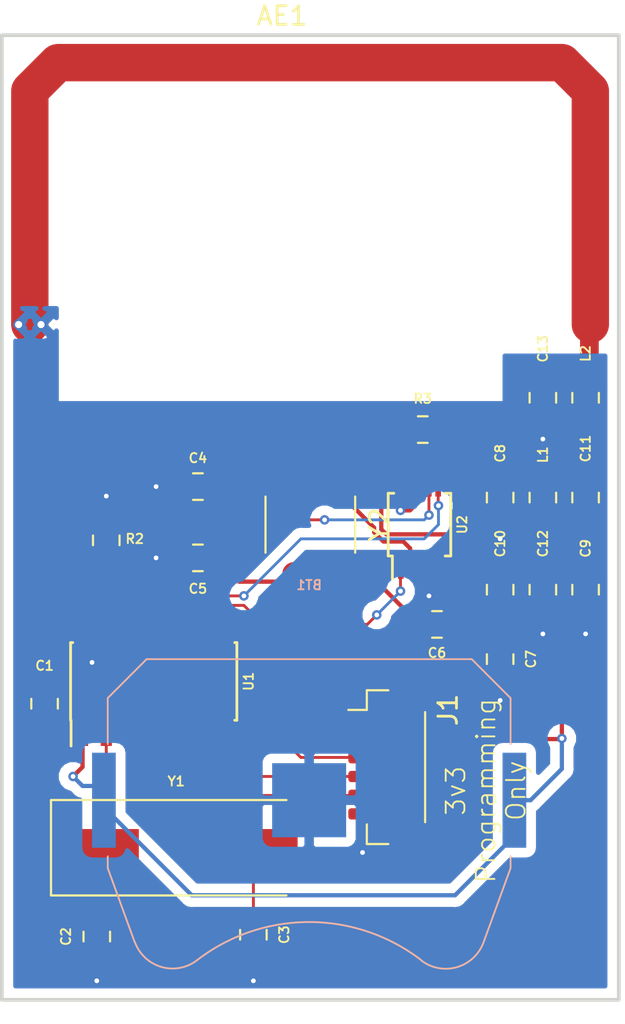
<source format=kicad_pcb>
(kicad_pcb (version 20171130) (host pcbnew "(5.0.1)-rc2")

  (general
    (thickness 1.6)
    (drawings 5)
    (tracks 168)
    (zones 0)
    (modules 24)
    (nets 19)
  )

  (page A4)
  (layers
    (0 Top signal)
    (31 Bottom signal)
    (34 B.Paste user)
    (35 F.Paste user)
    (36 B.SilkS user)
    (37 F.SilkS user)
    (38 B.Mask user)
    (39 F.Mask user)
    (40 Dwgs.User user)
    (41 Cmts.User user)
    (42 Eco1.User user)
    (43 Eco2.User user)
    (44 Edge.Cuts user)
    (45 Margin user)
    (46 B.CrtYd user)
    (47 F.CrtYd user)
    (48 B.Fab user)
    (49 F.Fab user)
  )

  (setup
    (last_trace_width 0.1524)
    (user_trace_width 0.3048)
    (user_trace_width 0.6096)
    (trace_clearance 0.1524)
    (zone_clearance 0.508)
    (zone_45_only no)
    (trace_min 0.1524)
    (segment_width 0.2)
    (edge_width 0.2)
    (via_size 0.508)
    (via_drill 0.254)
    (via_min_size 0.508)
    (via_min_drill 0.254)
    (uvia_size 0.508)
    (uvia_drill 0.254)
    (uvias_allowed no)
    (uvia_min_size 0.2)
    (uvia_min_drill 0.1)
    (pcb_text_width 0.3)
    (pcb_text_size 1.5 1.5)
    (mod_edge_width 0.15)
    (mod_text_size 0.5 0.5)
    (mod_text_width 0.1)
    (pad_size 1.524 1.524)
    (pad_drill 0)
    (pad_to_mask_clearance 0.0508)
    (solder_mask_min_width 0.25)
    (aux_axis_origin 0 0)
    (visible_elements 7FFFFFFF)
    (pcbplotparams
      (layerselection 0x010fc_ffffffff)
      (usegerberextensions false)
      (usegerberattributes false)
      (usegerberadvancedattributes false)
      (creategerberjobfile false)
      (excludeedgelayer true)
      (linewidth 0.100000)
      (plotframeref false)
      (viasonmask false)
      (mode 1)
      (useauxorigin false)
      (hpglpennumber 1)
      (hpglpenspeed 20)
      (hpglpendiameter 15.000000)
      (psnegative false)
      (psa4output false)
      (plotreference true)
      (plotvalue true)
      (plotinvisibletext false)
      (padsonsilk false)
      (subtractmaskfromsilk false)
      (outputformat 1)
      (mirror false)
      (drillshape 1)
      (scaleselection 1)
      (outputdirectory ""))
  )

  (net 0 "")
  (net 1 VDD)
  (net 2 GNDREF)
  (net 3 "Net-(C2-Pad2)")
  (net 4 "Net-(C3-Pad1)")
  (net 5 "Net-(C4-Pad1)")
  (net 6 "Net-(C5-Pad1)")
  (net 7 "Net-(C6-Pad2)")
  (net 8 "Net-(C8-Pad1)")
  (net 9 "Net-(C11-Pad2)")
  (net 10 "Net-(C11-Pad1)")
  (net 11 "Net-(AE1-Pad1)")
  (net 12 /MISO)
  (net 13 /SCK)
  (net 14 /MOSI)
  (net 15 /RST)
  (net 16 /EN)
  (net 17 /ASK)
  (net 18 /FSK)

  (net_class Default "This is the default net class."
    (clearance 0.1524)
    (trace_width 0.1524)
    (via_dia 0.508)
    (via_drill 0.254)
    (uvia_dia 0.508)
    (uvia_drill 0.254)
    (diff_pair_gap 0.1524)
    (diff_pair_width 0.1524)
    (add_net /ASK)
    (add_net /EN)
    (add_net /FSK)
    (add_net /MISO)
    (add_net /MOSI)
    (add_net /RST)
    (add_net /SCK)
    (add_net "Net-(C2-Pad2)")
    (add_net "Net-(C3-Pad1)")
  )

  (net_class Antenna ""
    (clearance 0.1524)
    (trace_width 2)
    (via_dia 0.508)
    (via_drill 0.37)
    (uvia_dia 0.508)
    (uvia_drill 0.254)
    (diff_pair_gap 0.1524)
    (diff_pair_width 0.1524)
  )

  (net_class Large ""
    (clearance 0.1524)
    (trace_width 0.3048)
    (via_dia 0.508)
    (via_drill 0.254)
    (uvia_dia 0.508)
    (uvia_drill 0.254)
    (diff_pair_gap 0.1524)
    (diff_pair_width 0.1524)
    (add_net "Net-(AE1-Pad1)")
    (add_net "Net-(C11-Pad1)")
    (add_net "Net-(C11-Pad2)")
  )

  (net_class Medium ""
    (clearance 0.1524)
    (trace_width 0.2286)
    (via_dia 0.508)
    (via_drill 0.254)
    (uvia_dia 0.508)
    (uvia_drill 0.254)
    (diff_pair_gap 0.1524)
    (diff_pair_width 0.1524)
    (add_net GNDREF)
    (add_net "Net-(C4-Pad1)")
    (add_net "Net-(C5-Pad1)")
    (add_net "Net-(C6-Pad2)")
    (add_net "Net-(C8-Pad1)")
    (add_net VDD)
  )

  (module "!Custom:315MHz Antenna" (layer Top) (tedit 5BBFBE97) (tstamp 5BE4B328)
    (at 37.856 33.3286)
    (path /5BBC6AF7)
    (fp_text reference AE1 (at 0 -11.5) (layer F.SilkS)
      (effects (font (size 1 1) (thickness 0.15)))
    )
    (fp_text value ANTENNA (at 0 -0.5) (layer F.Fab)
      (effects (font (size 1 1) (thickness 0.15)))
    )
    (pad 2 thru_hole circle (at -14.1 5) (size 0.5 0.5) (drill 0.381) (layers *.Cu)
      (net 2 GNDREF))
    (pad 2 thru_hole circle (at -12.9 5) (size 0.5 0.5) (drill 0.381) (layers *.Cu)
      (net 2 GNDREF))
    (pad 1 smd custom (at 16.5 5) (size 1.524 1.524) (layers Top F.Mask)
      (net 11 "Net-(AE1-Pad1)") (zone_connect 0)
      (options (clearance outline) (anchor circle))
      (primitives
        (gr_line (start 0 -12.5) (end 0 0) (width 2))
        (gr_line (start -1.5 -14) (end -28.5 -14) (width 2))
        (gr_line (start -30 -12.5) (end -30 0) (width 2))
        (gr_line (start -28.5 -14) (end -30 -12.5) (width 2))
        (gr_line (start 0 -12.5) (end -1.5 -14) (width 2))
      ))
  )

  (module Capacitor_SMD:C_0805_2012Metric (layer Top) (tedit 5B36C52B) (tstamp 5BE4D166)
    (at 25.146 58.5955 270)
    (descr "Capacitor SMD 0805 (2012 Metric), square (rectangular) end terminal, IPC_7351 nominal, (Body size source: https://docs.google.com/spreadsheets/d/1BsfQQcO9C6DZCsRaXUlFlo91Tg2WpOkGARC1WS5S8t0/edit?usp=sharing), generated with kicad-footprint-generator")
    (tags capacitor)
    (path /5BBEDA82)
    (attr smd)
    (fp_text reference C1 (at -2.032 0) (layer F.SilkS)
      (effects (font (size 0.5 0.5) (thickness 0.1)))
    )
    (fp_text value 0.1uF (at 0 1.65 270) (layer F.Fab)
      (effects (font (size 0.5 0.5) (thickness 0.1)))
    )
    (fp_text user %R (at 0 0 270) (layer F.Fab)
      (effects (font (size 0.5 0.5) (thickness 0.08)))
    )
    (fp_line (start 1.68 0.95) (end -1.68 0.95) (layer F.CrtYd) (width 0.05))
    (fp_line (start 1.68 -0.95) (end 1.68 0.95) (layer F.CrtYd) (width 0.05))
    (fp_line (start -1.68 -0.95) (end 1.68 -0.95) (layer F.CrtYd) (width 0.05))
    (fp_line (start -1.68 0.95) (end -1.68 -0.95) (layer F.CrtYd) (width 0.05))
    (fp_line (start -0.258578 0.71) (end 0.258578 0.71) (layer F.SilkS) (width 0.12))
    (fp_line (start -0.258578 -0.71) (end 0.258578 -0.71) (layer F.SilkS) (width 0.12))
    (fp_line (start 1 0.6) (end -1 0.6) (layer F.Fab) (width 0.1))
    (fp_line (start 1 -0.6) (end 1 0.6) (layer F.Fab) (width 0.1))
    (fp_line (start -1 -0.6) (end 1 -0.6) (layer F.Fab) (width 0.1))
    (fp_line (start -1 0.6) (end -1 -0.6) (layer F.Fab) (width 0.1))
    (pad 2 smd roundrect (at 0.9375 0 270) (size 0.975 1.4) (layers Top F.Paste F.Mask) (roundrect_rratio 0.25)
      (net 1 VDD))
    (pad 1 smd roundrect (at -0.9375 0 270) (size 0.975 1.4) (layers Top F.Paste F.Mask) (roundrect_rratio 0.25)
      (net 2 GNDREF))
    (model ${KISYS3DMOD}/Capacitor_SMD.3dshapes/C_0805_2012Metric.wrl
      (at (xyz 0 0 0))
      (scale (xyz 1 1 1))
      (rotate (xyz 0 0 0))
    )
  )

  (module Capacitor_SMD:C_0805_2012Metric (layer Top) (tedit 5B36C52B) (tstamp 5BE4D136)
    (at 27.94 71.0415 90)
    (descr "Capacitor SMD 0805 (2012 Metric), square (rectangular) end terminal, IPC_7351 nominal, (Body size source: https://docs.google.com/spreadsheets/d/1BsfQQcO9C6DZCsRaXUlFlo91Tg2WpOkGARC1WS5S8t0/edit?usp=sharing), generated with kicad-footprint-generator")
    (tags capacitor)
    (path /5BBEA5F2)
    (attr smd)
    (fp_text reference C2 (at 0 -1.65 90) (layer F.SilkS)
      (effects (font (size 0.5 0.5) (thickness 0.1)))
    )
    (fp_text value 22pF (at 0 1.65 90) (layer F.Fab)
      (effects (font (size 0.5 0.5) (thickness 0.1)))
    )
    (fp_text user %R (at 0 0 90) (layer F.Fab)
      (effects (font (size 0.5 0.5) (thickness 0.08)))
    )
    (fp_line (start 1.68 0.95) (end -1.68 0.95) (layer F.CrtYd) (width 0.05))
    (fp_line (start 1.68 -0.95) (end 1.68 0.95) (layer F.CrtYd) (width 0.05))
    (fp_line (start -1.68 -0.95) (end 1.68 -0.95) (layer F.CrtYd) (width 0.05))
    (fp_line (start -1.68 0.95) (end -1.68 -0.95) (layer F.CrtYd) (width 0.05))
    (fp_line (start -0.258578 0.71) (end 0.258578 0.71) (layer F.SilkS) (width 0.12))
    (fp_line (start -0.258578 -0.71) (end 0.258578 -0.71) (layer F.SilkS) (width 0.12))
    (fp_line (start 1 0.6) (end -1 0.6) (layer F.Fab) (width 0.1))
    (fp_line (start 1 -0.6) (end 1 0.6) (layer F.Fab) (width 0.1))
    (fp_line (start -1 -0.6) (end 1 -0.6) (layer F.Fab) (width 0.1))
    (fp_line (start -1 0.6) (end -1 -0.6) (layer F.Fab) (width 0.1))
    (pad 2 smd roundrect (at 0.9375 0 90) (size 0.975 1.4) (layers Top F.Paste F.Mask) (roundrect_rratio 0.25)
      (net 3 "Net-(C2-Pad2)"))
    (pad 1 smd roundrect (at -0.9375 0 90) (size 0.975 1.4) (layers Top F.Paste F.Mask) (roundrect_rratio 0.25)
      (net 2 GNDREF))
    (model ${KISYS3DMOD}/Capacitor_SMD.3dshapes/C_0805_2012Metric.wrl
      (at (xyz 0 0 0))
      (scale (xyz 1 1 1))
      (rotate (xyz 0 0 0))
    )
  )

  (module Capacitor_SMD:C_0805_2012Metric (layer Top) (tedit 5B36C52B) (tstamp 5BE4D106)
    (at 36.322 70.9445 270)
    (descr "Capacitor SMD 0805 (2012 Metric), square (rectangular) end terminal, IPC_7351 nominal, (Body size source: https://docs.google.com/spreadsheets/d/1BsfQQcO9C6DZCsRaXUlFlo91Tg2WpOkGARC1WS5S8t0/edit?usp=sharing), generated with kicad-footprint-generator")
    (tags capacitor)
    (path /5BBE843A)
    (attr smd)
    (fp_text reference C3 (at 0 -1.65 270) (layer F.SilkS)
      (effects (font (size 0.5 0.5) (thickness 0.1)))
    )
    (fp_text value 22pF (at 0 1.65 270) (layer F.Fab)
      (effects (font (size 0.5 0.5) (thickness 0.1)))
    )
    (fp_text user %R (at 0 0 270) (layer F.Fab)
      (effects (font (size 0.5 0.5) (thickness 0.08)))
    )
    (fp_line (start 1.68 0.95) (end -1.68 0.95) (layer F.CrtYd) (width 0.05))
    (fp_line (start 1.68 -0.95) (end 1.68 0.95) (layer F.CrtYd) (width 0.05))
    (fp_line (start -1.68 -0.95) (end 1.68 -0.95) (layer F.CrtYd) (width 0.05))
    (fp_line (start -1.68 0.95) (end -1.68 -0.95) (layer F.CrtYd) (width 0.05))
    (fp_line (start -0.258578 0.71) (end 0.258578 0.71) (layer F.SilkS) (width 0.12))
    (fp_line (start -0.258578 -0.71) (end 0.258578 -0.71) (layer F.SilkS) (width 0.12))
    (fp_line (start 1 0.6) (end -1 0.6) (layer F.Fab) (width 0.1))
    (fp_line (start 1 -0.6) (end 1 0.6) (layer F.Fab) (width 0.1))
    (fp_line (start -1 -0.6) (end 1 -0.6) (layer F.Fab) (width 0.1))
    (fp_line (start -1 0.6) (end -1 -0.6) (layer F.Fab) (width 0.1))
    (pad 2 smd roundrect (at 0.9375 0 270) (size 0.975 1.4) (layers Top F.Paste F.Mask) (roundrect_rratio 0.25)
      (net 2 GNDREF))
    (pad 1 smd roundrect (at -0.9375 0 270) (size 0.975 1.4) (layers Top F.Paste F.Mask) (roundrect_rratio 0.25)
      (net 4 "Net-(C3-Pad1)"))
    (model ${KISYS3DMOD}/Capacitor_SMD.3dshapes/C_0805_2012Metric.wrl
      (at (xyz 0 0 0))
      (scale (xyz 1 1 1))
      (rotate (xyz 0 0 0))
    )
  )

  (module Capacitor_SMD:C_0805_2012Metric (layer Top) (tedit 5B36C52B) (tstamp 5BC9D9D2)
    (at 33.3525 46.99 180)
    (descr "Capacitor SMD 0805 (2012 Metric), square (rectangular) end terminal, IPC_7351 nominal, (Body size source: https://docs.google.com/spreadsheets/d/1BsfQQcO9C6DZCsRaXUlFlo91Tg2WpOkGARC1WS5S8t0/edit?usp=sharing), generated with kicad-footprint-generator")
    (tags capacitor)
    (path /5BBBC7B7)
    (attr smd)
    (fp_text reference C4 (at 0 1.524 180) (layer F.SilkS)
      (effects (font (size 0.5 0.5) (thickness 0.1)))
    )
    (fp_text value 8pF (at 0 1.65 180) (layer F.Fab)
      (effects (font (size 0.5 0.5) (thickness 0.1)))
    )
    (fp_text user %R (at 0 0 180) (layer F.Fab)
      (effects (font (size 0.5 0.5) (thickness 0.08)))
    )
    (fp_line (start 1.68 0.95) (end -1.68 0.95) (layer F.CrtYd) (width 0.05))
    (fp_line (start 1.68 -0.95) (end 1.68 0.95) (layer F.CrtYd) (width 0.05))
    (fp_line (start -1.68 -0.95) (end 1.68 -0.95) (layer F.CrtYd) (width 0.05))
    (fp_line (start -1.68 0.95) (end -1.68 -0.95) (layer F.CrtYd) (width 0.05))
    (fp_line (start -0.258578 0.71) (end 0.258578 0.71) (layer F.SilkS) (width 0.12))
    (fp_line (start -0.258578 -0.71) (end 0.258578 -0.71) (layer F.SilkS) (width 0.12))
    (fp_line (start 1 0.6) (end -1 0.6) (layer F.Fab) (width 0.1))
    (fp_line (start 1 -0.6) (end 1 0.6) (layer F.Fab) (width 0.1))
    (fp_line (start -1 -0.6) (end 1 -0.6) (layer F.Fab) (width 0.1))
    (fp_line (start -1 0.6) (end -1 -0.6) (layer F.Fab) (width 0.1))
    (pad 2 smd roundrect (at 0.9375 0 180) (size 0.975 1.4) (layers Top F.Paste F.Mask) (roundrect_rratio 0.25)
      (net 2 GNDREF))
    (pad 1 smd roundrect (at -0.9375 0 180) (size 0.975 1.4) (layers Top F.Paste F.Mask) (roundrect_rratio 0.25)
      (net 5 "Net-(C4-Pad1)"))
    (model ${KISYS3DMOD}/Capacitor_SMD.3dshapes/C_0805_2012Metric.wrl
      (at (xyz 0 0 0))
      (scale (xyz 1 1 1))
      (rotate (xyz 0 0 0))
    )
  )

  (module Capacitor_SMD:C_0805_2012Metric (layer Top) (tedit 5B36C52B) (tstamp 5BC9D9A2)
    (at 33.3525 50.8 180)
    (descr "Capacitor SMD 0805 (2012 Metric), square (rectangular) end terminal, IPC_7351 nominal, (Body size source: https://docs.google.com/spreadsheets/d/1BsfQQcO9C6DZCsRaXUlFlo91Tg2WpOkGARC1WS5S8t0/edit?usp=sharing), generated with kicad-footprint-generator")
    (tags capacitor)
    (path /5BBBC557)
    (attr smd)
    (fp_text reference C5 (at 0 -1.65 180) (layer F.SilkS)
      (effects (font (size 0.5 0.5) (thickness 0.1)))
    )
    (fp_text value 8pF (at 0 1.65 180) (layer F.Fab)
      (effects (font (size 0.5 0.5) (thickness 0.1)))
    )
    (fp_text user %R (at 0 0 180) (layer F.Fab)
      (effects (font (size 0.5 0.5) (thickness 0.08)))
    )
    (fp_line (start 1.68 0.95) (end -1.68 0.95) (layer F.CrtYd) (width 0.05))
    (fp_line (start 1.68 -0.95) (end 1.68 0.95) (layer F.CrtYd) (width 0.05))
    (fp_line (start -1.68 -0.95) (end 1.68 -0.95) (layer F.CrtYd) (width 0.05))
    (fp_line (start -1.68 0.95) (end -1.68 -0.95) (layer F.CrtYd) (width 0.05))
    (fp_line (start -0.258578 0.71) (end 0.258578 0.71) (layer F.SilkS) (width 0.12))
    (fp_line (start -0.258578 -0.71) (end 0.258578 -0.71) (layer F.SilkS) (width 0.12))
    (fp_line (start 1 0.6) (end -1 0.6) (layer F.Fab) (width 0.1))
    (fp_line (start 1 -0.6) (end 1 0.6) (layer F.Fab) (width 0.1))
    (fp_line (start -1 -0.6) (end 1 -0.6) (layer F.Fab) (width 0.1))
    (fp_line (start -1 0.6) (end -1 -0.6) (layer F.Fab) (width 0.1))
    (pad 2 smd roundrect (at 0.9375 0 180) (size 0.975 1.4) (layers Top F.Paste F.Mask) (roundrect_rratio 0.25)
      (net 2 GNDREF))
    (pad 1 smd roundrect (at -0.9375 0 180) (size 0.975 1.4) (layers Top F.Paste F.Mask) (roundrect_rratio 0.25)
      (net 6 "Net-(C5-Pad1)"))
    (model ${KISYS3DMOD}/Capacitor_SMD.3dshapes/C_0805_2012Metric.wrl
      (at (xyz 0 0 0))
      (scale (xyz 1 1 1))
      (rotate (xyz 0 0 0))
    )
  )

  (module Capacitor_SMD:C_0805_2012Metric (layer Top) (tedit 5B36C52B) (tstamp 5BE0CDE8)
    (at 46.1495 54.356)
    (descr "Capacitor SMD 0805 (2012 Metric), square (rectangular) end terminal, IPC_7351 nominal, (Body size source: https://docs.google.com/spreadsheets/d/1BsfQQcO9C6DZCsRaXUlFlo91Tg2WpOkGARC1WS5S8t0/edit?usp=sharing), generated with kicad-footprint-generator")
    (tags capacitor)
    (path /5BBBC3E8)
    (attr smd)
    (fp_text reference C6 (at 0 1.524) (layer F.SilkS)
      (effects (font (size 0.5 0.5) (thickness 0.1)))
    )
    (fp_text value 3.3pF (at 0 1.65) (layer F.Fab)
      (effects (font (size 0.5 0.5) (thickness 0.1)))
    )
    (fp_text user %R (at 0 0) (layer F.Fab)
      (effects (font (size 0.5 0.5) (thickness 0.08)))
    )
    (fp_line (start 1.68 0.95) (end -1.68 0.95) (layer F.CrtYd) (width 0.05))
    (fp_line (start 1.68 -0.95) (end 1.68 0.95) (layer F.CrtYd) (width 0.05))
    (fp_line (start -1.68 -0.95) (end 1.68 -0.95) (layer F.CrtYd) (width 0.05))
    (fp_line (start -1.68 0.95) (end -1.68 -0.95) (layer F.CrtYd) (width 0.05))
    (fp_line (start -0.258578 0.71) (end 0.258578 0.71) (layer F.SilkS) (width 0.12))
    (fp_line (start -0.258578 -0.71) (end 0.258578 -0.71) (layer F.SilkS) (width 0.12))
    (fp_line (start 1 0.6) (end -1 0.6) (layer F.Fab) (width 0.1))
    (fp_line (start 1 -0.6) (end 1 0.6) (layer F.Fab) (width 0.1))
    (fp_line (start -1 -0.6) (end 1 -0.6) (layer F.Fab) (width 0.1))
    (fp_line (start -1 0.6) (end -1 -0.6) (layer F.Fab) (width 0.1))
    (pad 2 smd roundrect (at 0.9375 0) (size 0.975 1.4) (layers Top F.Paste F.Mask) (roundrect_rratio 0.25)
      (net 7 "Net-(C6-Pad2)"))
    (pad 1 smd roundrect (at -0.9375 0) (size 0.975 1.4) (layers Top F.Paste F.Mask) (roundrect_rratio 0.25)
      (net 6 "Net-(C5-Pad1)"))
    (model ${KISYS3DMOD}/Capacitor_SMD.3dshapes/C_0805_2012Metric.wrl
      (at (xyz 0 0 0))
      (scale (xyz 1 1 1))
      (rotate (xyz 0 0 0))
    )
  )

  (module Capacitor_SMD:C_0805_2012Metric (layer Top) (tedit 5B36C52B) (tstamp 5BE0CDF9)
    (at 49.53 56.2125 270)
    (descr "Capacitor SMD 0805 (2012 Metric), square (rectangular) end terminal, IPC_7351 nominal, (Body size source: https://docs.google.com/spreadsheets/d/1BsfQQcO9C6DZCsRaXUlFlo91Tg2WpOkGARC1WS5S8t0/edit?usp=sharing), generated with kicad-footprint-generator")
    (tags capacitor)
    (path /5BBBECCB)
    (attr smd)
    (fp_text reference C7 (at 0 -1.65 270) (layer F.SilkS)
      (effects (font (size 0.5 0.5) (thickness 0.1)))
    )
    (fp_text value "100pF 50V" (at 0 1.65 270) (layer F.Fab)
      (effects (font (size 0.5 0.5) (thickness 0.1)))
    )
    (fp_text user %R (at 0 0 270) (layer F.Fab)
      (effects (font (size 0.5 0.5) (thickness 0.08)))
    )
    (fp_line (start 1.68 0.95) (end -1.68 0.95) (layer F.CrtYd) (width 0.05))
    (fp_line (start 1.68 -0.95) (end 1.68 0.95) (layer F.CrtYd) (width 0.05))
    (fp_line (start -1.68 -0.95) (end 1.68 -0.95) (layer F.CrtYd) (width 0.05))
    (fp_line (start -1.68 0.95) (end -1.68 -0.95) (layer F.CrtYd) (width 0.05))
    (fp_line (start -0.258578 0.71) (end 0.258578 0.71) (layer F.SilkS) (width 0.12))
    (fp_line (start -0.258578 -0.71) (end 0.258578 -0.71) (layer F.SilkS) (width 0.12))
    (fp_line (start 1 0.6) (end -1 0.6) (layer F.Fab) (width 0.1))
    (fp_line (start 1 -0.6) (end 1 0.6) (layer F.Fab) (width 0.1))
    (fp_line (start -1 -0.6) (end 1 -0.6) (layer F.Fab) (width 0.1))
    (fp_line (start -1 0.6) (end -1 -0.6) (layer F.Fab) (width 0.1))
    (pad 2 smd roundrect (at 0.9375 0 270) (size 0.975 1.4) (layers Top F.Paste F.Mask) (roundrect_rratio 0.25)
      (net 2 GNDREF))
    (pad 1 smd roundrect (at -0.9375 0 270) (size 0.975 1.4) (layers Top F.Paste F.Mask) (roundrect_rratio 0.25)
      (net 1 VDD))
    (model ${KISYS3DMOD}/Capacitor_SMD.3dshapes/C_0805_2012Metric.wrl
      (at (xyz 0 0 0))
      (scale (xyz 1 1 1))
      (rotate (xyz 0 0 0))
    )
  )

  (module Capacitor_SMD:C_0805_2012Metric (layer Top) (tedit 5B36C52B) (tstamp 5BE0CE0A)
    (at 49.53 47.5765 270)
    (descr "Capacitor SMD 0805 (2012 Metric), square (rectangular) end terminal, IPC_7351 nominal, (Body size source: https://docs.google.com/spreadsheets/d/1BsfQQcO9C6DZCsRaXUlFlo91Tg2WpOkGARC1WS5S8t0/edit?usp=sharing), generated with kicad-footprint-generator")
    (tags capacitor)
    (path /5BBBDE9F)
    (attr smd)
    (fp_text reference C8 (at -2.3645 0 270) (layer F.SilkS)
      (effects (font (size 0.5 0.5) (thickness 0.1)))
    )
    (fp_text value "4.7uF 50V" (at 0 1.65 270) (layer F.Fab)
      (effects (font (size 0.5 0.5) (thickness 0.1)))
    )
    (fp_text user %R (at 0 0 270) (layer F.Fab)
      (effects (font (size 0.5 0.5) (thickness 0.08)))
    )
    (fp_line (start 1.68 0.95) (end -1.68 0.95) (layer F.CrtYd) (width 0.05))
    (fp_line (start 1.68 -0.95) (end 1.68 0.95) (layer F.CrtYd) (width 0.05))
    (fp_line (start -1.68 -0.95) (end 1.68 -0.95) (layer F.CrtYd) (width 0.05))
    (fp_line (start -1.68 0.95) (end -1.68 -0.95) (layer F.CrtYd) (width 0.05))
    (fp_line (start -0.258578 0.71) (end 0.258578 0.71) (layer F.SilkS) (width 0.12))
    (fp_line (start -0.258578 -0.71) (end 0.258578 -0.71) (layer F.SilkS) (width 0.12))
    (fp_line (start 1 0.6) (end -1 0.6) (layer F.Fab) (width 0.1))
    (fp_line (start 1 -0.6) (end 1 0.6) (layer F.Fab) (width 0.1))
    (fp_line (start -1 -0.6) (end 1 -0.6) (layer F.Fab) (width 0.1))
    (fp_line (start -1 0.6) (end -1 -0.6) (layer F.Fab) (width 0.1))
    (pad 2 smd roundrect (at 0.9375 0 270) (size 0.975 1.4) (layers Top F.Paste F.Mask) (roundrect_rratio 0.25)
      (net 2 GNDREF))
    (pad 1 smd roundrect (at -0.9375 0 270) (size 0.975 1.4) (layers Top F.Paste F.Mask) (roundrect_rratio 0.25)
      (net 8 "Net-(C8-Pad1)"))
    (model ${KISYS3DMOD}/Capacitor_SMD.3dshapes/C_0805_2012Metric.wrl
      (at (xyz 0 0 0))
      (scale (xyz 1 1 1))
      (rotate (xyz 0 0 0))
    )
  )

  (module Capacitor_SMD:C_0805_2012Metric (layer Top) (tedit 5B36C52B) (tstamp 5BE0CE1B)
    (at 54.102 52.4995 270)
    (descr "Capacitor SMD 0805 (2012 Metric), square (rectangular) end terminal, IPC_7351 nominal, (Body size source: https://docs.google.com/spreadsheets/d/1BsfQQcO9C6DZCsRaXUlFlo91Tg2WpOkGARC1WS5S8t0/edit?usp=sharing), generated with kicad-footprint-generator")
    (tags capacitor)
    (path /5BBCD24C)
    (attr smd)
    (fp_text reference C9 (at -2.2075 0 270) (layer F.SilkS)
      (effects (font (size 0.5 0.5) (thickness 0.1)))
    )
    (fp_text value 2.2pF (at 0 1.65 270) (layer F.Fab)
      (effects (font (size 0.5 0.5) (thickness 0.1)))
    )
    (fp_text user %R (at 0 0 270) (layer F.Fab)
      (effects (font (size 0.5 0.5) (thickness 0.08)))
    )
    (fp_line (start 1.68 0.95) (end -1.68 0.95) (layer F.CrtYd) (width 0.05))
    (fp_line (start 1.68 -0.95) (end 1.68 0.95) (layer F.CrtYd) (width 0.05))
    (fp_line (start -1.68 -0.95) (end 1.68 -0.95) (layer F.CrtYd) (width 0.05))
    (fp_line (start -1.68 0.95) (end -1.68 -0.95) (layer F.CrtYd) (width 0.05))
    (fp_line (start -0.258578 0.71) (end 0.258578 0.71) (layer F.SilkS) (width 0.12))
    (fp_line (start -0.258578 -0.71) (end 0.258578 -0.71) (layer F.SilkS) (width 0.12))
    (fp_line (start 1 0.6) (end -1 0.6) (layer F.Fab) (width 0.1))
    (fp_line (start 1 -0.6) (end 1 0.6) (layer F.Fab) (width 0.1))
    (fp_line (start -1 -0.6) (end 1 -0.6) (layer F.Fab) (width 0.1))
    (fp_line (start -1 0.6) (end -1 -0.6) (layer F.Fab) (width 0.1))
    (pad 2 smd roundrect (at 0.9375 0 270) (size 0.975 1.4) (layers Top F.Paste F.Mask) (roundrect_rratio 0.25)
      (net 2 GNDREF))
    (pad 1 smd roundrect (at -0.9375 0 270) (size 0.975 1.4) (layers Top F.Paste F.Mask) (roundrect_rratio 0.25)
      (net 9 "Net-(C11-Pad2)"))
    (model ${KISYS3DMOD}/Capacitor_SMD.3dshapes/C_0805_2012Metric.wrl
      (at (xyz 0 0 0))
      (scale (xyz 1 1 1))
      (rotate (xyz 0 0 0))
    )
  )

  (module Capacitor_SMD:C_0805_2012Metric (layer Top) (tedit 5B36C52B) (tstamp 5BE0CE2C)
    (at 49.53 52.4995 270)
    (descr "Capacitor SMD 0805 (2012 Metric), square (rectangular) end terminal, IPC_7351 nominal, (Body size source: https://docs.google.com/spreadsheets/d/1BsfQQcO9C6DZCsRaXUlFlo91Tg2WpOkGARC1WS5S8t0/edit?usp=sharing), generated with kicad-footprint-generator")
    (tags capacitor)
    (path /5BBBECFD)
    (attr smd)
    (fp_text reference C10 (at -2.4615 0 270) (layer F.SilkS)
      (effects (font (size 0.5 0.5) (thickness 0.1)))
    )
    (fp_text value "10uF 6.3V" (at 0 1.65 270) (layer F.Fab)
      (effects (font (size 0.5 0.5) (thickness 0.1)))
    )
    (fp_text user %R (at 0 0 270) (layer F.Fab)
      (effects (font (size 0.5 0.5) (thickness 0.08)))
    )
    (fp_line (start 1.68 0.95) (end -1.68 0.95) (layer F.CrtYd) (width 0.05))
    (fp_line (start 1.68 -0.95) (end 1.68 0.95) (layer F.CrtYd) (width 0.05))
    (fp_line (start -1.68 -0.95) (end 1.68 -0.95) (layer F.CrtYd) (width 0.05))
    (fp_line (start -1.68 0.95) (end -1.68 -0.95) (layer F.CrtYd) (width 0.05))
    (fp_line (start -0.258578 0.71) (end 0.258578 0.71) (layer F.SilkS) (width 0.12))
    (fp_line (start -0.258578 -0.71) (end 0.258578 -0.71) (layer F.SilkS) (width 0.12))
    (fp_line (start 1 0.6) (end -1 0.6) (layer F.Fab) (width 0.1))
    (fp_line (start 1 -0.6) (end 1 0.6) (layer F.Fab) (width 0.1))
    (fp_line (start -1 -0.6) (end 1 -0.6) (layer F.Fab) (width 0.1))
    (fp_line (start -1 0.6) (end -1 -0.6) (layer F.Fab) (width 0.1))
    (pad 2 smd roundrect (at 0.9375 0 270) (size 0.975 1.4) (layers Top F.Paste F.Mask) (roundrect_rratio 0.25)
      (net 2 GNDREF))
    (pad 1 smd roundrect (at -0.9375 0 270) (size 0.975 1.4) (layers Top F.Paste F.Mask) (roundrect_rratio 0.25)
      (net 1 VDD))
    (model ${KISYS3DMOD}/Capacitor_SMD.3dshapes/C_0805_2012Metric.wrl
      (at (xyz 0 0 0))
      (scale (xyz 1 1 1))
      (rotate (xyz 0 0 0))
    )
  )

  (module Capacitor_SMD:C_0805_2012Metric (layer Top) (tedit 5B36C52B) (tstamp 5BE0CE3D)
    (at 54.102 47.5765 270)
    (descr "Capacitor SMD 0805 (2012 Metric), square (rectangular) end terminal, IPC_7351 nominal, (Body size source: https://docs.google.com/spreadsheets/d/1BsfQQcO9C6DZCsRaXUlFlo91Tg2WpOkGARC1WS5S8t0/edit?usp=sharing), generated with kicad-footprint-generator")
    (tags capacitor)
    (path /5BBC3DF2)
    (attr smd)
    (fp_text reference C11 (at -2.6185 0 270) (layer F.SilkS)
      (effects (font (size 0.5 0.5) (thickness 0.1)))
    )
    (fp_text value "8.2pF 50V" (at 0.0485 -1.3716 270) (layer F.Fab)
      (effects (font (size 0.5 0.5) (thickness 0.1)))
    )
    (fp_text user %R (at 0 0 270) (layer F.Fab)
      (effects (font (size 0.5 0.5) (thickness 0.08)))
    )
    (fp_line (start 1.68 0.95) (end -1.68 0.95) (layer F.CrtYd) (width 0.05))
    (fp_line (start 1.68 -0.95) (end 1.68 0.95) (layer F.CrtYd) (width 0.05))
    (fp_line (start -1.68 -0.95) (end 1.68 -0.95) (layer F.CrtYd) (width 0.05))
    (fp_line (start -1.68 0.95) (end -1.68 -0.95) (layer F.CrtYd) (width 0.05))
    (fp_line (start -0.258578 0.71) (end 0.258578 0.71) (layer F.SilkS) (width 0.12))
    (fp_line (start -0.258578 -0.71) (end 0.258578 -0.71) (layer F.SilkS) (width 0.12))
    (fp_line (start 1 0.6) (end -1 0.6) (layer F.Fab) (width 0.1))
    (fp_line (start 1 -0.6) (end 1 0.6) (layer F.Fab) (width 0.1))
    (fp_line (start -1 -0.6) (end 1 -0.6) (layer F.Fab) (width 0.1))
    (fp_line (start -1 0.6) (end -1 -0.6) (layer F.Fab) (width 0.1))
    (pad 2 smd roundrect (at 0.9375 0 270) (size 0.975 1.4) (layers Top F.Paste F.Mask) (roundrect_rratio 0.25)
      (net 9 "Net-(C11-Pad2)"))
    (pad 1 smd roundrect (at -0.9375 0 270) (size 0.975 1.4) (layers Top F.Paste F.Mask) (roundrect_rratio 0.25)
      (net 10 "Net-(C11-Pad1)"))
    (model ${KISYS3DMOD}/Capacitor_SMD.3dshapes/C_0805_2012Metric.wrl
      (at (xyz 0 0 0))
      (scale (xyz 1 1 1))
      (rotate (xyz 0 0 0))
    )
  )

  (module Capacitor_SMD:C_0805_2012Metric (layer Top) (tedit 5B36C52B) (tstamp 5BE0CE4E)
    (at 51.816 52.4995 270)
    (descr "Capacitor SMD 0805 (2012 Metric), square (rectangular) end terminal, IPC_7351 nominal, (Body size source: https://docs.google.com/spreadsheets/d/1BsfQQcO9C6DZCsRaXUlFlo91Tg2WpOkGARC1WS5S8t0/edit?usp=sharing), generated with kicad-footprint-generator")
    (tags capacitor)
    (path /5BBBED2F)
    (attr smd)
    (fp_text reference C12 (at -2.4615 0 270) (layer F.SilkS)
      (effects (font (size 0.5 0.5) (thickness 0.1)))
    )
    (fp_text value "0.1uF 50V" (at 0 1.65 270) (layer F.Fab)
      (effects (font (size 0.5 0.5) (thickness 0.1)))
    )
    (fp_text user %R (at 0 0 270) (layer F.Fab)
      (effects (font (size 0.5 0.5) (thickness 0.08)))
    )
    (fp_line (start 1.68 0.95) (end -1.68 0.95) (layer F.CrtYd) (width 0.05))
    (fp_line (start 1.68 -0.95) (end 1.68 0.95) (layer F.CrtYd) (width 0.05))
    (fp_line (start -1.68 -0.95) (end 1.68 -0.95) (layer F.CrtYd) (width 0.05))
    (fp_line (start -1.68 0.95) (end -1.68 -0.95) (layer F.CrtYd) (width 0.05))
    (fp_line (start -0.258578 0.71) (end 0.258578 0.71) (layer F.SilkS) (width 0.12))
    (fp_line (start -0.258578 -0.71) (end 0.258578 -0.71) (layer F.SilkS) (width 0.12))
    (fp_line (start 1 0.6) (end -1 0.6) (layer F.Fab) (width 0.1))
    (fp_line (start 1 -0.6) (end 1 0.6) (layer F.Fab) (width 0.1))
    (fp_line (start -1 -0.6) (end 1 -0.6) (layer F.Fab) (width 0.1))
    (fp_line (start -1 0.6) (end -1 -0.6) (layer F.Fab) (width 0.1))
    (pad 2 smd roundrect (at 0.9375 0 270) (size 0.975 1.4) (layers Top F.Paste F.Mask) (roundrect_rratio 0.25)
      (net 2 GNDREF))
    (pad 1 smd roundrect (at -0.9375 0 270) (size 0.975 1.4) (layers Top F.Paste F.Mask) (roundrect_rratio 0.25)
      (net 1 VDD))
    (model ${KISYS3DMOD}/Capacitor_SMD.3dshapes/C_0805_2012Metric.wrl
      (at (xyz 0 0 0))
      (scale (xyz 1 1 1))
      (rotate (xyz 0 0 0))
    )
  )

  (module Capacitor_SMD:C_0805_2012Metric (layer Top) (tedit 5B36C52B) (tstamp 5BE0CE5F)
    (at 51.816 42.2425 270)
    (descr "Capacitor SMD 0805 (2012 Metric), square (rectangular) end terminal, IPC_7351 nominal, (Body size source: https://docs.google.com/spreadsheets/d/1BsfQQcO9C6DZCsRaXUlFlo91Tg2WpOkGARC1WS5S8t0/edit?usp=sharing), generated with kicad-footprint-generator")
    (tags capacitor)
    (path /5BBC6203)
    (attr smd)
    (fp_text reference C13 (at -2.6185 0 270) (layer F.SilkS)
      (effects (font (size 0.5 0.5) (thickness 0.1)))
    )
    (fp_text value 4.7pF (at 0 1.65 270) (layer F.Fab)
      (effects (font (size 0.5 0.5) (thickness 0.1)))
    )
    (fp_text user %R (at 0 0 270) (layer F.Fab)
      (effects (font (size 0.5 0.5) (thickness 0.08)))
    )
    (fp_line (start 1.68 0.95) (end -1.68 0.95) (layer F.CrtYd) (width 0.05))
    (fp_line (start 1.68 -0.95) (end 1.68 0.95) (layer F.CrtYd) (width 0.05))
    (fp_line (start -1.68 -0.95) (end 1.68 -0.95) (layer F.CrtYd) (width 0.05))
    (fp_line (start -1.68 0.95) (end -1.68 -0.95) (layer F.CrtYd) (width 0.05))
    (fp_line (start -0.258578 0.71) (end 0.258578 0.71) (layer F.SilkS) (width 0.12))
    (fp_line (start -0.258578 -0.71) (end 0.258578 -0.71) (layer F.SilkS) (width 0.12))
    (fp_line (start 1 0.6) (end -1 0.6) (layer F.Fab) (width 0.1))
    (fp_line (start 1 -0.6) (end 1 0.6) (layer F.Fab) (width 0.1))
    (fp_line (start -1 -0.6) (end 1 -0.6) (layer F.Fab) (width 0.1))
    (fp_line (start -1 0.6) (end -1 -0.6) (layer F.Fab) (width 0.1))
    (pad 2 smd roundrect (at 0.9375 0 270) (size 0.975 1.4) (layers Top F.Paste F.Mask) (roundrect_rratio 0.25)
      (net 2 GNDREF))
    (pad 1 smd roundrect (at -0.9375 0 270) (size 0.975 1.4) (layers Top F.Paste F.Mask) (roundrect_rratio 0.25)
      (net 11 "Net-(AE1-Pad1)"))
    (model ${KISYS3DMOD}/Capacitor_SMD.3dshapes/C_0805_2012Metric.wrl
      (at (xyz 0 0 0))
      (scale (xyz 1 1 1))
      (rotate (xyz 0 0 0))
    )
  )

  (module Inductor_SMD:L_0805_2012Metric (layer Top) (tedit 5B36C52B) (tstamp 5BE0CEA9)
    (at 51.816 47.5765 90)
    (descr "Inductor SMD 0805 (2012 Metric), square (rectangular) end terminal, IPC_7351 nominal, (Body size source: https://docs.google.com/spreadsheets/d/1BsfQQcO9C6DZCsRaXUlFlo91Tg2WpOkGARC1WS5S8t0/edit?usp=sharing), generated with kicad-footprint-generator")
    (tags inductor)
    (path /5BBBDA7E)
    (attr smd)
    (fp_text reference L1 (at 2.2883 0 90) (layer F.SilkS)
      (effects (font (size 0.5 0.5) (thickness 0.1)))
    )
    (fp_text value 470nH (at 0 1.65 90) (layer F.Fab)
      (effects (font (size 0.5 0.5) (thickness 0.1)))
    )
    (fp_text user %R (at 0 0 90) (layer F.Fab)
      (effects (font (size 0.5 0.5) (thickness 0.08)))
    )
    (fp_line (start 1.68 0.95) (end -1.68 0.95) (layer F.CrtYd) (width 0.05))
    (fp_line (start 1.68 -0.95) (end 1.68 0.95) (layer F.CrtYd) (width 0.05))
    (fp_line (start -1.68 -0.95) (end 1.68 -0.95) (layer F.CrtYd) (width 0.05))
    (fp_line (start -1.68 0.95) (end -1.68 -0.95) (layer F.CrtYd) (width 0.05))
    (fp_line (start -0.258578 0.71) (end 0.258578 0.71) (layer F.SilkS) (width 0.12))
    (fp_line (start -0.258578 -0.71) (end 0.258578 -0.71) (layer F.SilkS) (width 0.12))
    (fp_line (start 1 0.6) (end -1 0.6) (layer F.Fab) (width 0.1))
    (fp_line (start 1 -0.6) (end 1 0.6) (layer F.Fab) (width 0.1))
    (fp_line (start -1 -0.6) (end 1 -0.6) (layer F.Fab) (width 0.1))
    (fp_line (start -1 0.6) (end -1 -0.6) (layer F.Fab) (width 0.1))
    (pad 2 smd roundrect (at 0.9375 0 90) (size 0.975 1.4) (layers Top F.Paste F.Mask) (roundrect_rratio 0.25)
      (net 8 "Net-(C8-Pad1)"))
    (pad 1 smd roundrect (at -0.9375 0 90) (size 0.975 1.4) (layers Top F.Paste F.Mask) (roundrect_rratio 0.25)
      (net 9 "Net-(C11-Pad2)"))
    (model ${KISYS3DMOD}/Inductor_SMD.3dshapes/L_0805_2012Metric.wrl
      (at (xyz 0 0 0))
      (scale (xyz 1 1 1))
      (rotate (xyz 0 0 0))
    )
  )

  (module Inductor_SMD:L_0805_2012Metric (layer Top) (tedit 5B36C52B) (tstamp 5BE0CEBA)
    (at 54.102 42.2425 90)
    (descr "Inductor SMD 0805 (2012 Metric), square (rectangular) end terminal, IPC_7351 nominal, (Body size source: https://docs.google.com/spreadsheets/d/1BsfQQcO9C6DZCsRaXUlFlo91Tg2WpOkGARC1WS5S8t0/edit?usp=sharing), generated with kicad-footprint-generator")
    (tags inductor)
    (path /5BBC5831)
    (attr smd)
    (fp_text reference L2 (at 2.3645 0 90) (layer F.SilkS)
      (effects (font (size 0.5 0.5) (thickness 0.1)))
    )
    (fp_text value 150nH (at 0 1.65 90) (layer F.Fab)
      (effects (font (size 0.5 0.5) (thickness 0.1)))
    )
    (fp_text user %R (at 0 0 90) (layer F.Fab)
      (effects (font (size 0.5 0.5) (thickness 0.08)))
    )
    (fp_line (start 1.68 0.95) (end -1.68 0.95) (layer F.CrtYd) (width 0.05))
    (fp_line (start 1.68 -0.95) (end 1.68 0.95) (layer F.CrtYd) (width 0.05))
    (fp_line (start -1.68 -0.95) (end 1.68 -0.95) (layer F.CrtYd) (width 0.05))
    (fp_line (start -1.68 0.95) (end -1.68 -0.95) (layer F.CrtYd) (width 0.05))
    (fp_line (start -0.258578 0.71) (end 0.258578 0.71) (layer F.SilkS) (width 0.12))
    (fp_line (start -0.258578 -0.71) (end 0.258578 -0.71) (layer F.SilkS) (width 0.12))
    (fp_line (start 1 0.6) (end -1 0.6) (layer F.Fab) (width 0.1))
    (fp_line (start 1 -0.6) (end 1 0.6) (layer F.Fab) (width 0.1))
    (fp_line (start -1 -0.6) (end 1 -0.6) (layer F.Fab) (width 0.1))
    (fp_line (start -1 0.6) (end -1 -0.6) (layer F.Fab) (width 0.1))
    (pad 2 smd roundrect (at 0.9375 0 90) (size 0.975 1.4) (layers Top F.Paste F.Mask) (roundrect_rratio 0.25)
      (net 11 "Net-(AE1-Pad1)"))
    (pad 1 smd roundrect (at -0.9375 0 90) (size 0.975 1.4) (layers Top F.Paste F.Mask) (roundrect_rratio 0.25)
      (net 10 "Net-(C11-Pad1)"))
    (model ${KISYS3DMOD}/Inductor_SMD.3dshapes/L_0805_2012Metric.wrl
      (at (xyz 0 0 0))
      (scale (xyz 1 1 1))
      (rotate (xyz 0 0 0))
    )
  )

  (module Resistor_SMD:R_0805_2012Metric (layer Top) (tedit 5B36C52B) (tstamp 5BE4C9AF)
    (at 28.448 49.8625 90)
    (descr "Resistor SMD 0805 (2012 Metric), square (rectangular) end terminal, IPC_7351 nominal, (Body size source: https://docs.google.com/spreadsheets/d/1BsfQQcO9C6DZCsRaXUlFlo91Tg2WpOkGARC1WS5S8t0/edit?usp=sharing), generated with kicad-footprint-generator")
    (tags resistor)
    (path /5BC0B6BF)
    (attr smd)
    (fp_text reference R2 (at 0.0785 1.524 180) (layer F.SilkS)
      (effects (font (size 0.5 0.5) (thickness 0.1)))
    )
    (fp_text value 100k (at 0 1.65 90) (layer F.Fab)
      (effects (font (size 0.5 0.5) (thickness 0.1)))
    )
    (fp_text user %R (at 0 0 90) (layer F.Fab)
      (effects (font (size 0.5 0.5) (thickness 0.08)))
    )
    (fp_line (start 1.68 0.95) (end -1.68 0.95) (layer F.CrtYd) (width 0.05))
    (fp_line (start 1.68 -0.95) (end 1.68 0.95) (layer F.CrtYd) (width 0.05))
    (fp_line (start -1.68 -0.95) (end 1.68 -0.95) (layer F.CrtYd) (width 0.05))
    (fp_line (start -1.68 0.95) (end -1.68 -0.95) (layer F.CrtYd) (width 0.05))
    (fp_line (start -0.258578 0.71) (end 0.258578 0.71) (layer F.SilkS) (width 0.12))
    (fp_line (start -0.258578 -0.71) (end 0.258578 -0.71) (layer F.SilkS) (width 0.12))
    (fp_line (start 1 0.6) (end -1 0.6) (layer F.Fab) (width 0.1))
    (fp_line (start 1 -0.6) (end 1 0.6) (layer F.Fab) (width 0.1))
    (fp_line (start -1 -0.6) (end 1 -0.6) (layer F.Fab) (width 0.1))
    (fp_line (start -1 0.6) (end -1 -0.6) (layer F.Fab) (width 0.1))
    (pad 2 smd roundrect (at 0.9375 0 90) (size 0.975 1.4) (layers Top F.Paste F.Mask) (roundrect_rratio 0.25)
      (net 2 GNDREF))
    (pad 1 smd roundrect (at -0.9375 0 90) (size 0.975 1.4) (layers Top F.Paste F.Mask) (roundrect_rratio 0.25)
      (net 16 /EN))
    (model ${KISYS3DMOD}/Resistor_SMD.3dshapes/R_0805_2012Metric.wrl
      (at (xyz 0 0 0))
      (scale (xyz 1 1 1))
      (rotate (xyz 0 0 0))
    )
  )

  (module Resistor_SMD:R_0805_2012Metric (layer Top) (tedit 5B36C52B) (tstamp 5BE0CEED)
    (at 45.3875 43.942)
    (descr "Resistor SMD 0805 (2012 Metric), square (rectangular) end terminal, IPC_7351 nominal, (Body size source: https://docs.google.com/spreadsheets/d/1BsfQQcO9C6DZCsRaXUlFlo91Tg2WpOkGARC1WS5S8t0/edit?usp=sharing), generated with kicad-footprint-generator")
    (tags resistor)
    (path /5BBBE7CB)
    (attr smd)
    (fp_text reference R3 (at 0 -1.65) (layer F.SilkS)
      (effects (font (size 0.5 0.5) (thickness 0.1)))
    )
    (fp_text value 0 (at 0 1.65) (layer F.Fab)
      (effects (font (size 0.5 0.5) (thickness 0.1)))
    )
    (fp_text user %R (at 0 0) (layer F.Fab)
      (effects (font (size 0.5 0.5) (thickness 0.08)))
    )
    (fp_line (start 1.68 0.95) (end -1.68 0.95) (layer F.CrtYd) (width 0.05))
    (fp_line (start 1.68 -0.95) (end 1.68 0.95) (layer F.CrtYd) (width 0.05))
    (fp_line (start -1.68 -0.95) (end 1.68 -0.95) (layer F.CrtYd) (width 0.05))
    (fp_line (start -1.68 0.95) (end -1.68 -0.95) (layer F.CrtYd) (width 0.05))
    (fp_line (start -0.258578 0.71) (end 0.258578 0.71) (layer F.SilkS) (width 0.12))
    (fp_line (start -0.258578 -0.71) (end 0.258578 -0.71) (layer F.SilkS) (width 0.12))
    (fp_line (start 1 0.6) (end -1 0.6) (layer F.Fab) (width 0.1))
    (fp_line (start 1 -0.6) (end 1 0.6) (layer F.Fab) (width 0.1))
    (fp_line (start -1 -0.6) (end 1 -0.6) (layer F.Fab) (width 0.1))
    (fp_line (start -1 0.6) (end -1 -0.6) (layer F.Fab) (width 0.1))
    (pad 2 smd roundrect (at 0.9375 0) (size 0.975 1.4) (layers Top F.Paste F.Mask) (roundrect_rratio 0.25)
      (net 8 "Net-(C8-Pad1)"))
    (pad 1 smd roundrect (at -0.9375 0) (size 0.975 1.4) (layers Top F.Paste F.Mask) (roundrect_rratio 0.25)
      (net 1 VDD))
    (model ${KISYS3DMOD}/Resistor_SMD.3dshapes/R_0805_2012Metric.wrl
      (at (xyz 0 0 0))
      (scale (xyz 1 1 1))
      (rotate (xyz 0 0 0))
    )
  )

  (module Package_SO:SOIC-14_3.9x8.7mm_P1.27mm (layer Top) (tedit 5A02F2D3) (tstamp 5BE4D073)
    (at 30.988 57.404 90)
    (descr "14-Lead Plastic Small Outline (SL) - Narrow, 3.90 mm Body [SOIC] (see Microchip Packaging Specification 00000049BS.pdf)")
    (tags "SOIC 1.27")
    (path /5BBC13E2)
    (attr smd)
    (fp_text reference U1 (at 0 5.08 90) (layer F.SilkS)
      (effects (font (size 0.5 0.5) (thickness 0.1)))
    )
    (fp_text value ATtiny841-SSU (at 0 5.375 90) (layer F.Fab)
      (effects (font (size 0.5 0.5) (thickness 0.1)))
    )
    (fp_line (start -2.075 -4.425) (end -3.45 -4.425) (layer F.SilkS) (width 0.15))
    (fp_line (start -2.075 4.45) (end 2.075 4.45) (layer F.SilkS) (width 0.15))
    (fp_line (start -2.075 -4.45) (end 2.075 -4.45) (layer F.SilkS) (width 0.15))
    (fp_line (start -2.075 4.45) (end -2.075 4.335) (layer F.SilkS) (width 0.15))
    (fp_line (start 2.075 4.45) (end 2.075 4.335) (layer F.SilkS) (width 0.15))
    (fp_line (start 2.075 -4.45) (end 2.075 -4.335) (layer F.SilkS) (width 0.15))
    (fp_line (start -2.075 -4.45) (end -2.075 -4.425) (layer F.SilkS) (width 0.15))
    (fp_line (start -3.7 4.65) (end 3.7 4.65) (layer F.CrtYd) (width 0.05))
    (fp_line (start -3.7 -4.65) (end 3.7 -4.65) (layer F.CrtYd) (width 0.05))
    (fp_line (start 3.7 -4.65) (end 3.7 4.65) (layer F.CrtYd) (width 0.05))
    (fp_line (start -3.7 -4.65) (end -3.7 4.65) (layer F.CrtYd) (width 0.05))
    (fp_line (start -1.95 -3.35) (end -0.95 -4.35) (layer F.Fab) (width 0.15))
    (fp_line (start -1.95 4.35) (end -1.95 -3.35) (layer F.Fab) (width 0.15))
    (fp_line (start 1.95 4.35) (end -1.95 4.35) (layer F.Fab) (width 0.15))
    (fp_line (start 1.95 -4.35) (end 1.95 4.35) (layer F.Fab) (width 0.15))
    (fp_line (start -0.95 -4.35) (end 1.95 -4.35) (layer F.Fab) (width 0.15))
    (fp_text user %R (at 0 0 90) (layer F.Fab)
      (effects (font (size 0.9 0.9) (thickness 0.135)))
    )
    (pad 14 smd rect (at 2.7 -3.81 90) (size 1.5 0.6) (layers Top F.Paste F.Mask)
      (net 2 GNDREF))
    (pad 13 smd rect (at 2.7 -2.54 90) (size 1.5 0.6) (layers Top F.Paste F.Mask)
      (net 16 /EN))
    (pad 12 smd rect (at 2.7 -1.27 90) (size 1.5 0.6) (layers Top F.Paste F.Mask)
      (net 18 /FSK))
    (pad 11 smd rect (at 2.7 0 90) (size 1.5 0.6) (layers Top F.Paste F.Mask)
      (net 17 /ASK))
    (pad 10 smd rect (at 2.7 1.27 90) (size 1.5 0.6) (layers Top F.Paste F.Mask))
    (pad 9 smd rect (at 2.7 2.54 90) (size 1.5 0.6) (layers Top F.Paste F.Mask)
      (net 13 /SCK))
    (pad 8 smd rect (at 2.7 3.81 90) (size 1.5 0.6) (layers Top F.Paste F.Mask)
      (net 12 /MISO))
    (pad 7 smd rect (at -2.7 3.81 90) (size 1.5 0.6) (layers Top F.Paste F.Mask)
      (net 14 /MOSI))
    (pad 6 smd rect (at -2.7 2.54 90) (size 1.5 0.6) (layers Top F.Paste F.Mask))
    (pad 5 smd rect (at -2.7 1.27 90) (size 1.5 0.6) (layers Top F.Paste F.Mask))
    (pad 4 smd rect (at -2.7 0 90) (size 1.5 0.6) (layers Top F.Paste F.Mask)
      (net 15 /RST))
    (pad 3 smd rect (at -2.7 -1.27 90) (size 1.5 0.6) (layers Top F.Paste F.Mask)
      (net 4 "Net-(C3-Pad1)"))
    (pad 2 smd rect (at -2.7 -2.54 90) (size 1.5 0.6) (layers Top F.Paste F.Mask)
      (net 3 "Net-(C2-Pad2)"))
    (pad 1 smd rect (at -2.7 -3.81 90) (size 1.5 0.6) (layers Top F.Paste F.Mask)
      (net 1 VDD))
    (model ${KISYS3DMOD}/Package_SO.3dshapes/SOIC-14_3.9x8.7mm_P1.27mm.wrl
      (at (xyz 0 0 0))
      (scale (xyz 1 1 1))
      (rotate (xyz 0 0 0))
    )
  )

  (module Package_SO:MSOP-10_3x3mm_P0.5mm (layer Top) (tedit 5A02F25C) (tstamp 5BE0CF2F)
    (at 45.212 49.022 90)
    (descr "10-Lead Plastic Micro Small Outline Package (MS) [MSOP] (see Microchip Packaging Specification 00000049BS.pdf)")
    (tags "SSOP 0.5")
    (path /5BBBAE6F)
    (attr smd)
    (fp_text reference U2 (at 0 2.286 90) (layer F.SilkS)
      (effects (font (size 0.5 0.5) (thickness 0.1)))
    )
    (fp_text value MICRF112 (at 0 2.6 90) (layer F.Fab)
      (effects (font (size 0.5 0.5) (thickness 0.1)))
    )
    (fp_text user %R (at 0 0 90) (layer F.Fab)
      (effects (font (size 0.6 0.6) (thickness 0.15)))
    )
    (fp_line (start -1.675 -1.45) (end -2.9 -1.45) (layer F.SilkS) (width 0.15))
    (fp_line (start -1.675 1.675) (end 1.675 1.675) (layer F.SilkS) (width 0.15))
    (fp_line (start -1.675 -1.675) (end 1.675 -1.675) (layer F.SilkS) (width 0.15))
    (fp_line (start -1.675 1.675) (end -1.675 1.375) (layer F.SilkS) (width 0.15))
    (fp_line (start 1.675 1.675) (end 1.675 1.375) (layer F.SilkS) (width 0.15))
    (fp_line (start 1.675 -1.675) (end 1.675 -1.375) (layer F.SilkS) (width 0.15))
    (fp_line (start -1.675 -1.675) (end -1.675 -1.45) (layer F.SilkS) (width 0.15))
    (fp_line (start -3.15 1.85) (end 3.15 1.85) (layer F.CrtYd) (width 0.05))
    (fp_line (start -3.15 -1.85) (end 3.15 -1.85) (layer F.CrtYd) (width 0.05))
    (fp_line (start 3.15 -1.85) (end 3.15 1.85) (layer F.CrtYd) (width 0.05))
    (fp_line (start -3.15 -1.85) (end -3.15 1.85) (layer F.CrtYd) (width 0.05))
    (fp_line (start -1.5 -0.5) (end -0.5 -1.5) (layer F.Fab) (width 0.15))
    (fp_line (start -1.5 1.5) (end -1.5 -0.5) (layer F.Fab) (width 0.15))
    (fp_line (start 1.5 1.5) (end -1.5 1.5) (layer F.Fab) (width 0.15))
    (fp_line (start 1.5 -1.5) (end 1.5 1.5) (layer F.Fab) (width 0.15))
    (fp_line (start -0.5 -1.5) (end 1.5 -1.5) (layer F.Fab) (width 0.15))
    (pad 10 smd rect (at 2.2 -1 90) (size 1.4 0.3) (layers Top F.Paste F.Mask)
      (net 1 VDD))
    (pad 9 smd rect (at 2.2 -0.5 90) (size 1.4 0.3) (layers Top F.Paste F.Mask)
      (net 9 "Net-(C11-Pad2)"))
    (pad 8 smd rect (at 2.2 0 90) (size 1.4 0.3) (layers Top F.Paste F.Mask)
      (net 2 GNDREF))
    (pad 7 smd rect (at 2.2 0.5 90) (size 1.4 0.3) (layers Top F.Paste F.Mask)
      (net 16 /EN))
    (pad 6 smd rect (at 2.2 1 90) (size 1.4 0.3) (layers Top F.Paste F.Mask)
      (net 18 /FSK))
    (pad 5 smd rect (at -2.2 1 90) (size 1.4 0.3) (layers Top F.Paste F.Mask)
      (net 7 "Net-(C6-Pad2)"))
    (pad 4 smd rect (at -2.2 0.5 90) (size 1.4 0.3) (layers Top F.Paste F.Mask)
      (net 2 GNDREF))
    (pad 3 smd rect (at -2.2 0 90) (size 1.4 0.3) (layers Top F.Paste F.Mask)
      (net 6 "Net-(C5-Pad1)"))
    (pad 2 smd rect (at -2.2 -0.5 90) (size 1.4 0.3) (layers Top F.Paste F.Mask)
      (net 5 "Net-(C4-Pad1)"))
    (pad 1 smd rect (at -2.2 -1 90) (size 1.4 0.3) (layers Top F.Paste F.Mask)
      (net 17 /ASK))
    (model ${KISYS3DMOD}/Package_SO.3dshapes/MSOP-10_3x3mm_P0.5mm.wrl
      (at (xyz 0 0 0))
      (scale (xyz 1 1 1))
      (rotate (xyz 0 0 0))
    )
  )

  (module Crystal:Crystal_SMD_HC49-SD (layer Top) (tedit 5A1AD52C) (tstamp 5BE4D0CC)
    (at 32.19 66.294)
    (descr "SMD Crystal HC-49-SD http://cdn-reichelt.de/documents/datenblatt/B400/xxx-HC49-SMD.pdf, 11.4x4.7mm^2 package")
    (tags "SMD SMT crystal")
    (path /5BBE5387)
    (attr smd)
    (fp_text reference Y1 (at 0 -3.55) (layer F.SilkS)
      (effects (font (size 0.5 0.5) (thickness 0.1)))
    )
    (fp_text value 8MHz (at 0 3.55) (layer F.Fab)
      (effects (font (size 0.5 0.5) (thickness 0.1)))
    )
    (fp_arc (start 3.015 0) (end 3.015 -2.115) (angle 180) (layer F.Fab) (width 0.1))
    (fp_arc (start -3.015 0) (end -3.015 -2.115) (angle -180) (layer F.Fab) (width 0.1))
    (fp_line (start 6.8 -2.6) (end -6.8 -2.6) (layer F.CrtYd) (width 0.05))
    (fp_line (start 6.8 2.6) (end 6.8 -2.6) (layer F.CrtYd) (width 0.05))
    (fp_line (start -6.8 2.6) (end 6.8 2.6) (layer F.CrtYd) (width 0.05))
    (fp_line (start -6.8 -2.6) (end -6.8 2.6) (layer F.CrtYd) (width 0.05))
    (fp_line (start -6.7 2.55) (end 5.9 2.55) (layer F.SilkS) (width 0.12))
    (fp_line (start -6.7 -2.55) (end -6.7 2.55) (layer F.SilkS) (width 0.12))
    (fp_line (start 5.9 -2.55) (end -6.7 -2.55) (layer F.SilkS) (width 0.12))
    (fp_line (start -3.015 2.115) (end 3.015 2.115) (layer F.Fab) (width 0.1))
    (fp_line (start -3.015 -2.115) (end 3.015 -2.115) (layer F.Fab) (width 0.1))
    (fp_line (start 5.7 -2.35) (end -5.7 -2.35) (layer F.Fab) (width 0.1))
    (fp_line (start 5.7 2.35) (end 5.7 -2.35) (layer F.Fab) (width 0.1))
    (fp_line (start -5.7 2.35) (end 5.7 2.35) (layer F.Fab) (width 0.1))
    (fp_line (start -5.7 -2.35) (end -5.7 2.35) (layer F.Fab) (width 0.1))
    (fp_text user %R (at 0 0) (layer F.Fab)
      (effects (font (size 1 1) (thickness 0.15)))
    )
    (pad 2 smd rect (at 4.25 0) (size 4.5 2) (layers Top F.Paste F.Mask)
      (net 4 "Net-(C3-Pad1)"))
    (pad 1 smd rect (at -4.25 0) (size 4.5 2) (layers Top F.Paste F.Mask)
      (net 3 "Net-(C2-Pad2)"))
    (model ${KISYS3DMOD}/Crystal.3dshapes/Crystal_SMD_HC49-SD.wrl
      (at (xyz 0 0 0))
      (scale (xyz 1 1 1))
      (rotate (xyz 0 0 0))
    )
  )

  (module Battery:BatteryHolder_Keystone_3034_1x20mm (layer Bottom) (tedit 595D9565) (tstamp 5BC9C65F)
    (at 39.307 63.754 180)
    (descr "Keystone 3034 SMD battery holder for 2020, 2025 and 2032 coincell batteries. http://www.keyelco.com/product-pdf.cfm?p=798")
    (tags "Keystone type 3034 coin cell retainer")
    (path /5BBDAE9A)
    (attr smd)
    (fp_text reference BT1 (at 0 11.5 180) (layer B.SilkS)
      (effects (font (size 0.5 0.5) (thickness 0.1)) (justify mirror))
    )
    (fp_text value CR2032 (at 0 -11.5 180) (layer B.Fab)
      (effects (font (size 0.5 0.5) (thickness 0.1)) (justify mirror))
    )
    (fp_line (start 11.87 -2.79) (end 11.87 2.79) (layer B.CrtYd) (width 0.05))
    (fp_line (start 10.88 -2.79) (end 11.87 -2.79) (layer B.CrtYd) (width 0.05))
    (fp_line (start 10.88 -3.64) (end 10.88 -2.79) (layer B.CrtYd) (width 0.05))
    (fp_line (start 9.43 -7.63) (end 10.88 -3.64) (layer B.CrtYd) (width 0.05))
    (fp_arc (start 7.31 -6.85) (end 5.96 -8.64) (angle 106.9) (layer B.CrtYd) (width 0.05))
    (fp_arc (start 0 0) (end -5.96 -8.64) (angle 69.1) (layer B.CrtYd) (width 0.05))
    (fp_arc (start -7.31 -6.85) (end -9.43 -7.62) (angle 106.9) (layer B.CrtYd) (width 0.05))
    (fp_line (start -10.88 -3.64) (end -9.44 -7.62) (layer B.CrtYd) (width 0.05))
    (fp_line (start -10.88 -2.79) (end -10.88 -3.64) (layer B.CrtYd) (width 0.05))
    (fp_line (start -11.87 -2.79) (end -10.88 -2.79) (layer B.CrtYd) (width 0.05))
    (fp_line (start -11.87 2.79) (end -11.87 -2.79) (layer B.CrtYd) (width 0.05))
    (fp_line (start -10.88 2.79) (end -11.87 2.79) (layer B.CrtYd) (width 0.05))
    (fp_line (start -10.88 5.5) (end -10.88 2.79) (layer B.CrtYd) (width 0.05))
    (fp_line (start -8.74 7.64) (end -10.88 5.5) (layer B.CrtYd) (width 0.05))
    (fp_line (start -7.2 7.64) (end -8.74 7.64) (layer B.CrtYd) (width 0.05))
    (fp_arc (start 0 0) (end 7.2 7.64) (angle 86.6) (layer B.CrtYd) (width 0.05))
    (fp_line (start 8.74 7.64) (end 7.2 7.64) (layer B.CrtYd) (width 0.05))
    (fp_line (start 10.88 5.5) (end 8.74 7.64) (layer B.CrtYd) (width 0.05))
    (fp_line (start 10.88 2.79) (end 10.88 5.5) (layer B.CrtYd) (width 0.05))
    (fp_line (start 11.87 2.79) (end 10.88 2.79) (layer B.CrtYd) (width 0.05))
    (fp_arc (start -7.31 -6.85) (end -9.19 -7.53) (angle 107.5) (layer B.Fab) (width 0.1))
    (fp_arc (start 0 -16.36) (end 6.1 -8.43) (angle 75.1) (layer B.Fab) (width 0.1))
    (fp_arc (start 7.31 -6.85) (end 6.1 -8.43) (angle 107.5) (layer B.Fab) (width 0.1))
    (fp_line (start 10.63 -3.6) (end 9.19 -7.53) (layer B.Fab) (width 0.1))
    (fp_line (start 10.63 5.4) (end 10.63 -3.6) (layer B.Fab) (width 0.1))
    (fp_line (start 8.64 7.39) (end 10.63 5.4) (layer B.Fab) (width 0.1))
    (fp_line (start -8.64 7.39) (end 8.64 7.39) (layer B.Fab) (width 0.1))
    (fp_line (start -10.63 5.4) (end -8.64 7.39) (layer B.Fab) (width 0.1))
    (fp_line (start -10.63 -3.6) (end -10.63 5.4) (layer B.Fab) (width 0.1))
    (fp_line (start -9.19 -7.53) (end -10.63 -3.6) (layer B.Fab) (width 0.1))
    (fp_line (start 10.78 -3) (end 10.78 -3.63) (layer B.SilkS) (width 0.1))
    (fp_line (start 10.78 5.46) (end 10.78 3) (layer B.SilkS) (width 0.1))
    (fp_line (start -10.78 -3) (end -10.78 -3.63) (layer B.SilkS) (width 0.1))
    (fp_line (start -10.78 5.46) (end -10.78 3) (layer B.SilkS) (width 0.1))
    (fp_arc (start 7.31 -6.85) (end 6 -8.55) (angle 107.5) (layer B.SilkS) (width 0.1))
    (fp_line (start 10.78 -3.63) (end 9.34 -7.58) (layer B.SilkS) (width 0.1))
    (fp_line (start 8.7 7.54) (end 10.78 5.46) (layer B.SilkS) (width 0.1))
    (fp_line (start 8.7 7.54) (end -8.7 7.54) (layer B.SilkS) (width 0.1))
    (fp_line (start -8.7 7.54) (end -10.78 5.46) (layer B.SilkS) (width 0.1))
    (fp_line (start -10.78 -3.63) (end -9.34 -7.58) (layer B.SilkS) (width 0.1))
    (fp_arc (start -7.31 -6.85) (end -9.34 -7.58) (angle 107.5) (layer B.SilkS) (width 0.1))
    (fp_arc (start 0 -16.36) (end 6 -8.55) (angle 75.1) (layer B.SilkS) (width 0.1))
    (fp_circle (center 0 0) (end 0 -10.25) (layer Dwgs.User) (width 0.15))
    (fp_text user %R (at 0 2.9 180) (layer B.Fab)
      (effects (font (size 1 1) (thickness 0.15)) (justify mirror))
    )
    (pad 1 smd rect (at -10.985 0 180) (size 1.27 5.08) (layers Bottom B.Paste B.Mask)
      (net 1 VDD))
    (pad 1 smd rect (at 10.985 0 180) (size 1.27 5.08) (layers Bottom B.Paste B.Mask)
      (net 1 VDD))
    (pad 2 smd rect (at 0 0 180) (size 3.96 3.96) (layers Bottom B.Paste B.Mask)
      (net 2 GNDREF))
    (model ${KISYS3DMOD}/Battery.3dshapes/BatteryHolder_Keystone_3034_1x20mm.wrl
      (at (xyz 0 0 0))
      (scale (xyz 1 1 1))
      (rotate (xyz 0 0 0))
    )
  )

  (module Crystal:Crystal_SMD_TXC_AX_8045-2Pin_8.0x4.5mm (layer Top) (tedit 5BBF9BBE) (tstamp 5BCC26CC)
    (at 39.37 49.022 270)
    (descr http://www.txccrystal.com/images/pdf/ax-automotive.pdf)
    (tags "SMD SMT crystal")
    (path /5BBBC734)
    (attr smd)
    (fp_text reference Y2 (at 0 -3.7 270) (layer F.SilkS)
      (effects (font (size 1 1) (thickness 0.15)))
    )
    (fp_text value 9.84375MHz (at 0 4.25 270) (layer F.Fab)
      (effects (font (size 1 1) (thickness 0.15)))
    )
    (fp_text user %R (at 0 0 270) (layer F.Fab)
      (effects (font (size 1 1) (thickness 0.15)))
    )
    (fp_line (start -3.75 -2.25) (end 3.75 -2.25) (layer F.Fab) (width 0.1))
    (fp_line (start 3.75 -2.25) (end 4 -2) (layer F.Fab) (width 0.1))
    (fp_line (start 4 -2) (end 4 2) (layer F.Fab) (width 0.1))
    (fp_line (start 3.75 2.25) (end -3.75 2.25) (layer F.Fab) (width 0.1))
    (fp_line (start -3.75 2.25) (end -4 2) (layer F.Fab) (width 0.1))
    (fp_line (start -4 2) (end -4 -2) (layer F.Fab) (width 0.1))
    (fp_line (start -4 -2) (end -3.75 -2.25) (layer F.Fab) (width 0.1))
    (fp_line (start 1.5 -2.4) (end -1.5 -2.4) (layer F.SilkS) (width 0.12))
    (fp_line (start -1.5 2.4) (end 1.5 2.4) (layer F.SilkS) (width 0.12))
    (fp_line (start -5 -2.95) (end -5 2.95) (layer F.CrtYd) (width 0.05))
    (fp_line (start -5 2.95) (end 5 2.95) (layer F.CrtYd) (width 0.05))
    (fp_line (start 5 2.95) (end 5 -2.95) (layer F.CrtYd) (width 0.05))
    (fp_line (start 5 -2.95) (end -5 -2.95) (layer F.CrtYd) (width 0.05))
    (fp_line (start 3.75 2.25) (end 4 2) (layer F.Fab) (width 0.1))
    (pad 1 smd roundrect (at -3.25 0 270) (size 2.5 3) (layers Top F.Paste F.Mask) (roundrect_rratio 0.25)
      (net 5 "Net-(C4-Pad1)"))
    (pad 2 smd roundrect (at 3.25 0 270) (size 2.5 3) (layers Top F.Paste F.Mask) (roundrect_rratio 0.25)
      (net 6 "Net-(C5-Pad1)"))
    (model ${KISYS3DMOD}/Crystal.3dshapes/Crystal_SMD_TXC_AX_8045-2Pin_8.0x4.5mm.wrl
      (at (xyz 0 0 0))
      (scale (xyz 1 1 1))
      (rotate (xyz 0 0 0))
    )
  )

  (module Connector_JST:JST_SH_BM06B-SRSS-TB_1x06-1MP_P1.00mm_Vertical (layer Top) (tedit 5B78AD87) (tstamp 5BD88FF7)
    (at 43.504 61.986 270)
    (descr "JST SH series connector, BM06B-SRSS-TB (http://www.jst-mfg.com/product/pdf/eng/eSH.pdf), generated with kicad-footprint-generator")
    (tags "connector JST SH side entry")
    (path /5BBDA867)
    (attr smd)
    (fp_text reference J1 (at -3.058 -3.232 270) (layer F.SilkS)
      (effects (font (size 1 1) (thickness 0.15)))
    )
    (fp_text value AVR-ISP-6 (at 0 3.3 270) (layer F.Fab)
      (effects (font (size 1 1) (thickness 0.15)))
    )
    (fp_line (start -4 1) (end 4 1) (layer F.Fab) (width 0.1))
    (fp_line (start -4.11 -0.04) (end -4.11 1.11) (layer F.SilkS) (width 0.12))
    (fp_line (start -4.11 1.11) (end -3.06 1.11) (layer F.SilkS) (width 0.12))
    (fp_line (start -3.06 1.11) (end -3.06 2.1) (layer F.SilkS) (width 0.12))
    (fp_line (start 4.11 -0.04) (end 4.11 1.11) (layer F.SilkS) (width 0.12))
    (fp_line (start 4.11 1.11) (end 3.06 1.11) (layer F.SilkS) (width 0.12))
    (fp_line (start -2.94 -2.01) (end 2.94 -2.01) (layer F.SilkS) (width 0.12))
    (fp_line (start -4 -1.9) (end 4 -1.9) (layer F.Fab) (width 0.1))
    (fp_line (start -4 1) (end -4 -1.9) (layer F.Fab) (width 0.1))
    (fp_line (start 4 1) (end 4 -1.9) (layer F.Fab) (width 0.1))
    (fp_line (start -2.65 -1.55) (end -2.65 -0.95) (layer F.Fab) (width 0.1))
    (fp_line (start -2.65 -0.95) (end -2.35 -0.95) (layer F.Fab) (width 0.1))
    (fp_line (start -2.35 -0.95) (end -2.35 -1.55) (layer F.Fab) (width 0.1))
    (fp_line (start -2.35 -1.55) (end -2.65 -1.55) (layer F.Fab) (width 0.1))
    (fp_line (start -1.65 -1.55) (end -1.65 -0.95) (layer F.Fab) (width 0.1))
    (fp_line (start -1.65 -0.95) (end -1.35 -0.95) (layer F.Fab) (width 0.1))
    (fp_line (start -1.35 -0.95) (end -1.35 -1.55) (layer F.Fab) (width 0.1))
    (fp_line (start -1.35 -1.55) (end -1.65 -1.55) (layer F.Fab) (width 0.1))
    (fp_line (start -0.65 -1.55) (end -0.65 -0.95) (layer F.Fab) (width 0.1))
    (fp_line (start -0.65 -0.95) (end -0.35 -0.95) (layer F.Fab) (width 0.1))
    (fp_line (start -0.35 -0.95) (end -0.35 -1.55) (layer F.Fab) (width 0.1))
    (fp_line (start -0.35 -1.55) (end -0.65 -1.55) (layer F.Fab) (width 0.1))
    (fp_line (start 0.35 -1.55) (end 0.35 -0.95) (layer F.Fab) (width 0.1))
    (fp_line (start 0.35 -0.95) (end 0.65 -0.95) (layer F.Fab) (width 0.1))
    (fp_line (start 0.65 -0.95) (end 0.65 -1.55) (layer F.Fab) (width 0.1))
    (fp_line (start 0.65 -1.55) (end 0.35 -1.55) (layer F.Fab) (width 0.1))
    (fp_line (start 1.35 -1.55) (end 1.35 -0.95) (layer F.Fab) (width 0.1))
    (fp_line (start 1.35 -0.95) (end 1.65 -0.95) (layer F.Fab) (width 0.1))
    (fp_line (start 1.65 -0.95) (end 1.65 -1.55) (layer F.Fab) (width 0.1))
    (fp_line (start 1.65 -1.55) (end 1.35 -1.55) (layer F.Fab) (width 0.1))
    (fp_line (start 2.35 -1.55) (end 2.35 -0.95) (layer F.Fab) (width 0.1))
    (fp_line (start 2.35 -0.95) (end 2.65 -0.95) (layer F.Fab) (width 0.1))
    (fp_line (start 2.65 -0.95) (end 2.65 -1.55) (layer F.Fab) (width 0.1))
    (fp_line (start 2.65 -1.55) (end 2.35 -1.55) (layer F.Fab) (width 0.1))
    (fp_line (start -4.9 -2.6) (end -4.9 2.6) (layer F.CrtYd) (width 0.05))
    (fp_line (start -4.9 2.6) (end 4.9 2.6) (layer F.CrtYd) (width 0.05))
    (fp_line (start 4.9 2.6) (end 4.9 -2.6) (layer F.CrtYd) (width 0.05))
    (fp_line (start 4.9 -2.6) (end -4.9 -2.6) (layer F.CrtYd) (width 0.05))
    (fp_line (start -3 1) (end -2.5 0.292893) (layer F.Fab) (width 0.1))
    (fp_line (start -2.5 0.292893) (end -2 1) (layer F.Fab) (width 0.1))
    (fp_text user %R (at 0 -0.25 270) (layer F.Fab)
      (effects (font (size 1 1) (thickness 0.15)))
    )
    (pad 1 smd roundrect (at -2.5 1.325 270) (size 0.6 1.55) (layers Top F.Paste F.Mask) (roundrect_rratio 0.25)
      (net 12 /MISO))
    (pad 2 smd roundrect (at -1.5 1.325 270) (size 0.6 1.55) (layers Top F.Paste F.Mask) (roundrect_rratio 0.25)
      (net 1 VDD))
    (pad 3 smd roundrect (at -0.5 1.325 270) (size 0.6 1.55) (layers Top F.Paste F.Mask) (roundrect_rratio 0.25)
      (net 13 /SCK))
    (pad 4 smd roundrect (at 0.5 1.325 270) (size 0.6 1.55) (layers Top F.Paste F.Mask) (roundrect_rratio 0.25)
      (net 14 /MOSI))
    (pad 5 smd roundrect (at 1.5 1.325 270) (size 0.6 1.55) (layers Top F.Paste F.Mask) (roundrect_rratio 0.25)
      (net 15 /RST))
    (pad 6 smd roundrect (at 2.5 1.325 270) (size 0.6 1.55) (layers Top F.Paste F.Mask) (roundrect_rratio 0.25)
      (net 2 GNDREF))
    (pad MP smd roundrect (at -3.8 -1.2 270) (size 1.2 1.8) (layers Top F.Paste F.Mask) (roundrect_rratio 0.208333))
    (pad MP smd roundrect (at 3.8 -1.2 270) (size 1.2 1.8) (layers Top F.Paste F.Mask) (roundrect_rratio 0.208333))
    (model ${KISYS3DMOD}/Connector_JST.3dshapes/JST_SH_BM06B-SRSS-TB_1x06-1MP_P1.00mm_Vertical.wrl
      (at (xyz 0 0 0))
      (scale (xyz 1 1 1))
      (rotate (xyz 0 0 0))
    )
  )

  (gr_text "3v3\nProgramming\nOnly" (at 48.768 63.246 90) (layer F.SilkS)
    (effects (font (size 1 1) (thickness 0.1)))
  )
  (gr_line (start 22.86 74.422) (end 22.86 22.86) (layer Edge.Cuts) (width 0.2))
  (gr_line (start 55.88 74.422) (end 22.86 74.422) (layer Edge.Cuts) (width 0.2))
  (gr_line (start 55.88 22.86) (end 55.88 74.422) (layer Edge.Cuts) (width 0.2))
  (gr_line (start 22.86 22.86) (end 55.88 22.86) (layer Edge.Cuts) (width 0.2))

  (segment (start 49.53 55.275) (end 48.26 54.005) (width 0.2286) (layer Top) (net 1) (status 10))
  (segment (start 48.26 52.832) (end 49.53 51.562) (width 0.2286) (layer Top) (net 1) (status 20))
  (segment (start 48.26 54.005) (end 48.26 52.832) (width 0.2286) (layer Top) (net 1))
  (segment (start 49.53 51.562) (end 51.816 51.562) (width 0.2286) (layer Top) (net 1) (status 30))
  (segment (start 44.212 44.18) (end 44.45 43.942) (width 0.2286) (layer Top) (net 1) (status 30))
  (segment (start 44.212 46.822) (end 44.212 44.18) (width 0.2286) (layer Top) (net 1) (status 30))
  (segment (start 26.607 59.533) (end 27.178 60.104) (width 0.2286) (layer Top) (net 1) (tstamp 5BE4D04F) (status 20))
  (segment (start 25.146 59.533) (end 26.607 59.533) (width 0.2286) (layer Top) (net 1) (tstamp 5BE4D190) (status 10))
  (via (at 26.67 62.484) (size 0.508) (drill 0.254) (layers Top Bottom) (net 1))
  (segment (start 27.178 60.104) (end 27.178 61.976) (width 0.2286) (layer Top) (net 1))
  (segment (start 27.178 61.976) (end 26.67 62.484) (width 0.2286) (layer Top) (net 1))
  (segment (start 26.67 62.484) (end 27.178 62.992) (width 0.2286) (layer Bottom) (net 1))
  (segment (start 27.178 62.992) (end 28.194 62.992) (width 0.2286) (layer Bottom) (net 1))
  (via (at 52.832 60.452) (size 0.508) (drill 0.254) (layers Top Bottom) (net 1))
  (segment (start 51.1556 63.754) (end 52.832 62.0776) (width 0.2286) (layer Bottom) (net 1))
  (segment (start 49.53 55.372) (end 52.832 58.674) (width 0.2286) (layer Top) (net 1))
  (segment (start 52.832 60.81121) (end 52.832 60.452) (width 0.2286) (layer Bottom) (net 1))
  (segment (start 52.798 60.486) (end 52.832 60.452) (width 0.2286) (layer Top) (net 1))
  (segment (start 52.832 62.0776) (end 52.832 60.81121) (width 0.2286) (layer Bottom) (net 1))
  (segment (start 52.832 58.674) (end 52.832 60.09279) (width 0.2286) (layer Top) (net 1))
  (segment (start 50.292 63.754) (end 51.1556 63.754) (width 0.2286) (layer Bottom) (net 1))
  (segment (start 52.832 60.09279) (end 52.832 60.452) (width 0.2286) (layer Top) (net 1))
  (segment (start 42.179 60.486) (end 52.798 60.486) (width 0.2286) (layer Top) (net 1))
  (segment (start 50.292 65.659) (end 47.117 68.834) (width 0.2286) (layer Bottom) (net 1))
  (segment (start 50.292 63.754) (end 50.292 65.659) (width 0.2286) (layer Bottom) (net 1))
  (segment (start 47.117 68.834) (end 33.02 68.834) (width 0.2286) (layer Bottom) (net 1))
  (segment (start 33.02 68.834) (end 28.194 64.008) (width 0.2286) (layer Bottom) (net 1))
  (segment (start 47.510702 49.542702) (end 43.438062 49.542702) (width 0.2286) (layer Top) (net 1))
  (segment (start 43.167298 47.840902) (end 44.2214 46.7868) (width 0.2286) (layer Top) (net 1))
  (segment (start 43.438062 49.542702) (end 43.167298 49.271938) (width 0.2286) (layer Top) (net 1))
  (segment (start 43.167298 49.271938) (end 43.167298 47.840902) (width 0.2286) (layer Top) (net 1))
  (segment (start 49.53 51.562) (end 47.510702 49.542702) (width 0.2286) (layer Top) (net 1))
  (via (at 54.102 54.864) (size 0.508) (drill 0.254) (layers Top Bottom) (net 2))
  (segment (start 54.102 53.437) (end 54.102 54.864) (width 0.2286) (layer Top) (net 2) (status 10))
  (via (at 51.816 54.864) (size 0.508) (drill 0.254) (layers Top Bottom) (net 2))
  (segment (start 51.816 53.437) (end 51.816 54.864) (width 0.2286) (layer Top) (net 2) (status 10))
  (via (at 49.53 58.42) (size 0.508) (drill 0.254) (layers Top Bottom) (net 2))
  (segment (start 49.53 57.15) (end 49.53 58.42) (width 0.2286) (layer Top) (net 2) (status 10))
  (via (at 51.816 44.45) (size 0.508) (drill 0.254) (layers Top Bottom) (net 2))
  (segment (start 51.816 43.18) (end 51.816 44.45) (width 0.2286) (layer Top) (net 2) (status 10))
  (segment (start 54.102 53.437) (end 49.53 53.437) (width 0.2286) (layer Top) (net 2) (status 30))
  (via (at 49.53 49.784) (size 0.508) (drill 0.254) (layers Top Bottom) (net 2))
  (segment (start 49.53 48.514) (end 49.53 49.784) (width 0.2286) (layer Top) (net 2) (status 10))
  (via (at 36.322 73.406) (size 0.508) (drill 0.254) (layers Top Bottom) (net 2))
  (segment (start 36.322 71.882) (end 36.322 73.406) (width 0.2286) (layer Top) (net 2) (status 10))
  (via (at 27.94 73.406) (size 0.508) (drill 0.254) (layers Top Bottom) (net 2))
  (segment (start 27.94 71.979) (end 27.94 73.406) (width 0.2286) (layer Top) (net 2) (status 10))
  (via (at 27.686 56.388) (size 0.508) (drill 0.254) (layers Top Bottom) (net 2) (tstamp 5BE4D187))
  (segment (start 27.178 54.704) (end 27.178 55.88) (width 0.2286) (layer Top) (net 2) (tstamp 5BE4D1B1) (status 10))
  (segment (start 27.178 55.88) (end 27.686 56.388) (width 0.2286) (layer Top) (net 2) (tstamp 5BE4D1B4))
  (segment (start 26.416 56.388) (end 27.686 56.388) (width 0.2286) (layer Top) (net 2) (tstamp 5BE4D1AE))
  (segment (start 25.146 57.658) (end 26.416 56.388) (width 0.2286) (layer Top) (net 2) (tstamp 5BE4D1AB) (status 10))
  (via (at 31.115 46.99) (size 0.508) (drill 0.254) (layers Top Bottom) (net 2))
  (segment (start 32.415 46.99) (end 31.115 46.99) (width 0.2286) (layer Top) (net 2) (status 10))
  (segment (start 32.415 50.8) (end 32.385 50.8) (width 0.2286) (layer Top) (net 2) (status 30))
  (via (at 31.115 50.8) (size 0.508) (drill 0.254) (layers Top Bottom) (net 2))
  (segment (start 32.385 50.8) (end 31.115 50.8) (width 0.2286) (layer Top) (net 2) (status 10))
  (segment (start 24.856 38.3286) (end 24.606001 38.578599) (width 0.2286) (layer Bottom) (net 2) (status 10))
  (via (at 42.164 66.548) (size 0.508) (drill 0.254) (layers Top Bottom) (net 2))
  (segment (start 42.179 64.486) (end 42.179 66.533) (width 0.2286) (layer Top) (net 2))
  (segment (start 42.179 66.533) (end 42.164 66.548) (width 0.2286) (layer Top) (net 2))
  (via (at 28.448 47.498) (size 0.508) (drill 0.254) (layers Top Bottom) (net 2))
  (segment (start 28.448 48.925) (end 28.448 47.498) (width 0.2286) (layer Top) (net 2))
  (via (at 45.72 52.832) (size 0.508) (drill 0.254) (layers Top Bottom) (net 2))
  (segment (start 45.712 52.824) (end 45.72 52.832) (width 0.2286) (layer Top) (net 2))
  (segment (start 45.712 51.222) (end 45.712 52.824) (width 0.2286) (layer Top) (net 2))
  (via (at 44.196 48.26) (size 0.508) (drill 0.254) (layers Top Bottom) (net 2))
  (segment (start 44.7026 48.26) (end 44.196 48.26) (width 0.2286) (layer Top) (net 2))
  (segment (start 45.212 46.822) (end 45.212 47.7506) (width 0.2286) (layer Top) (net 2))
  (segment (start 45.212 47.7506) (end 44.7026 48.26) (width 0.2286) (layer Top) (net 2))
  (segment (start 27.94 70.104) (end 27.94 66.294) (width 0.1524) (layer Top) (net 3) (tstamp 5BE4D18D) (status 30))
  (segment (start 27.94 66.294) (end 27.94 62.484) (width 0.1524) (layer Top) (net 3) (tstamp 5BE4D18A) (status 10))
  (segment (start 28.448 61.976) (end 28.448 60.104) (width 0.1524) (layer Top) (net 3) (tstamp 5BE4D193) (status 20))
  (segment (start 27.94 62.484) (end 28.448 61.976) (width 0.1524) (layer Top) (net 3) (tstamp 5BE4D199))
  (segment (start 36.322 66.412) (end 36.44 66.294) (width 0.1524) (layer Top) (net 4) (tstamp 5BE4D19F) (status 30))
  (segment (start 36.322 70.007) (end 36.322 66.412) (width 0.1524) (layer Top) (net 4) (tstamp 5BE4D1A5) (status 30))
  (segment (start 29.718 60.295482) (end 29.718 60.104) (width 0.1524) (layer Top) (net 4))
  (segment (start 29.718 61.468) (end 29.718 60.295482) (width 0.1524) (layer Top) (net 4))
  (segment (start 36.44 66.294) (end 34.544 66.294) (width 0.1524) (layer Top) (net 4))
  (segment (start 34.544 66.294) (end 29.718 61.468) (width 0.1524) (layer Top) (net 4))
  (segment (start 39.37 45.772) (end 35.508 45.772) (width 0.2286) (layer Top) (net 5) (status 10))
  (segment (start 35.508 45.772) (end 34.29 46.99) (width 0.2286) (layer Top) (net 5) (status 20))
  (segment (start 44.712 51.222) (end 44.712 50.2934) (width 0.2286) (layer Top) (net 5))
  (segment (start 44.712 50.2934) (end 44.342313 49.923713) (width 0.2286) (layer Top) (net 5))
  (segment (start 44.342313 49.923713) (end 43.280243 49.923713) (width 0.2286) (layer Top) (net 5))
  (segment (start 43.280243 49.923713) (end 42.786287 49.429757) (width 0.2286) (layer Top) (net 5))
  (segment (start 42.786287 49.188287) (end 40.614445 47.016445) (width 0.2286) (layer Top) (net 5))
  (segment (start 40.614445 47.016445) (end 39.37 45.772) (width 0.2286) (layer Top) (net 5))
  (segment (start 42.786287 49.429757) (end 42.786287 49.188287) (width 0.2286) (layer Top) (net 5))
  (segment (start 43.128 52.272) (end 45.212 54.356) (width 0.2286) (layer Top) (net 6) (status 20))
  (segment (start 39.37 52.272) (end 43.128 52.272) (width 0.2286) (layer Top) (net 6) (status 10))
  (segment (start 35.56 52.07) (end 39.37 52.07) (width 0.2286) (layer Top) (net 6) (status 20))
  (segment (start 34.29 50.8) (end 35.56 52.07) (width 0.2286) (layer Top) (net 6) (status 10))
  (segment (start 45.199298 53.543298) (end 45.199298 52.163302) (width 0.2286) (layer Top) (net 6))
  (segment (start 45.199298 52.163302) (end 45.212 52.1506) (width 0.2286) (layer Top) (net 6))
  (segment (start 45.212 52.1506) (end 45.212 51.222) (width 0.2286) (layer Top) (net 6))
  (segment (start 45.212 53.556) (end 45.199298 53.543298) (width 0.2286) (layer Top) (net 6))
  (segment (start 45.212 54.356) (end 45.212 53.556) (width 0.2286) (layer Top) (net 6))
  (segment (start 47.087 54.356) (end 47.087 53.183) (width 0.2286) (layer Top) (net 7) (status 10))
  (segment (start 46.212 52.308) (end 46.212 51.222) (width 0.2286) (layer Top) (net 7) (status 20))
  (segment (start 47.087 53.183) (end 46.212 52.308) (width 0.2286) (layer Top) (net 7))
  (segment (start 49.53 46.639) (end 51.816 46.639) (width 0.2286) (layer Top) (net 8) (status 30))
  (segment (start 46.833 43.942) (end 46.325 43.942) (width 0.2286) (layer Top) (net 8) (status 20))
  (segment (start 49.53 46.639) (end 46.833 43.942) (width 0.2286) (layer Top) (net 8) (status 10))
  (segment (start 54.102 48.514) (end 51.816 48.514) (width 0.3048) (layer Top) (net 9) (status 30))
  (segment (start 54.102 48.514) (end 54.102 51.562) (width 0.3048) (layer Top) (net 9) (status 30))
  (segment (start 44.704 45.72) (end 44.704 46.8376) (width 0.3048) (layer Top) (net 9))
  (segment (start 45.212 45.212) (end 44.704 45.72) (width 0.3048) (layer Top) (net 9))
  (segment (start 46.228 45.212) (end 45.212 45.212) (width 0.3048) (layer Top) (net 9))
  (segment (start 48.5902 47.5742) (end 46.228 45.212) (width 0.3048) (layer Top) (net 9))
  (segment (start 51.816 48.514) (end 50.8762 47.5742) (width 0.3048) (layer Top) (net 9))
  (segment (start 50.8762 47.5742) (end 48.5902 47.5742) (width 0.3048) (layer Top) (net 9))
  (segment (start 54.102 43.18) (end 54.102 46.639) (width 0.3048) (layer Top) (net 10) (status 30))
  (segment (start 54.102 43.18) (end 54.1274 43.2054) (width 0.3048) (layer Top) (net 10) (status 30))
  (segment (start 51.816 41.305) (end 54.102 41.305) (width 0.3048) (layer Top) (net 11) (status 30))
  (segment (start 54.102 40.7175) (end 54.3052 40.5143) (width 1) (layer Top) (net 11))
  (segment (start 54.102 41.305) (end 54.102 40.7175) (width 1) (layer Top) (net 11) (status 10))
  (segment (start 54.3052 40.5143) (end 54.3052 38.1762) (width 1) (layer Top) (net 11) (status 20))
  (segment (start 34.798 55.88) (end 34.798 54.61) (width 0.1524) (layer Top) (net 12))
  (segment (start 38.354 59.436) (end 34.798 55.88) (width 0.1524) (layer Top) (net 12))
  (segment (start 42.179 59.486) (end 42.129 59.436) (width 0.1524) (layer Top) (net 12))
  (segment (start 42.129 59.436) (end 38.354 59.436) (width 0.1524) (layer Top) (net 12))
  (segment (start 33.528 56.134) (end 33.528 54.864) (width 0.1524) (layer Top) (net 13))
  (segment (start 38.862 61.468) (end 33.528 56.134) (width 0.1524) (layer Top) (net 13))
  (segment (start 42.179 61.486) (end 42.161 61.468) (width 0.1524) (layer Top) (net 13))
  (segment (start 42.161 61.468) (end 38.862 61.468) (width 0.1524) (layer Top) (net 13))
  (segment (start 34.798 61.214) (end 34.798 60.198) (width 0.1524) (layer Top) (net 14))
  (segment (start 36.068 62.484) (end 34.798 61.214) (width 0.1524) (layer Top) (net 14))
  (segment (start 42.179 62.486) (end 42.177 62.484) (width 0.1524) (layer Top) (net 14))
  (segment (start 42.177 62.484) (end 36.068 62.484) (width 0.1524) (layer Top) (net 14))
  (segment (start 30.988 60.96) (end 30.988 60.198) (width 0.1524) (layer Top) (net 15))
  (segment (start 33.528 63.5) (end 30.988 60.96) (width 0.1524) (layer Top) (net 15))
  (segment (start 42.179 63.486) (end 42.165 63.5) (width 0.1524) (layer Top) (net 15))
  (segment (start 42.165 63.5) (end 33.528 63.5) (width 0.1524) (layer Top) (net 15))
  (segment (start 28.448 54.704) (end 28.448 53.8016) (width 0.1524) (layer Top) (net 16))
  (segment (start 28.448 53.8016) (end 28.448 50.8) (width 0.1524) (layer Top) (net 16))
  (segment (start 45.72 46.99) (end 45.72 48.513988) (width 0.1524) (layer Top) (net 16))
  (via (at 45.72 48.513988) (size 0.508) (drill 0.254) (layers Top Bottom) (net 16))
  (segment (start 45.465988 48.768) (end 40.49121 48.768) (width 0.1524) (layer Bottom) (net 16))
  (segment (start 45.72 48.513988) (end 45.465988 48.768) (width 0.1524) (layer Bottom) (net 16))
  (segment (start 40.49121 48.768) (end 40.132 48.768) (width 0.1524) (layer Bottom) (net 16))
  (segment (start 30.48 48.768) (end 39.77279 48.768) (width 0.1524) (layer Top) (net 16))
  (segment (start 28.448 50.8) (end 30.48 48.768) (width 0.1524) (layer Top) (net 16))
  (segment (start 39.77279 48.768) (end 40.132 48.768) (width 0.1524) (layer Top) (net 16))
  (via (at 40.132 48.768) (size 0.508) (drill 0.254) (layers Top Bottom) (net 16))
  (segment (start 44.212 51.222) (end 44.212 51.292) (width 0.1524) (layer Top) (net 17))
  (via (at 44.196 52.578) (size 0.508) (drill 0.254) (layers Top Bottom) (net 17))
  (segment (start 44.212 51.292) (end 44.196 51.308) (width 0.1524) (layer Top) (net 17))
  (segment (start 44.196 51.308) (end 44.196 52.578) (width 0.1524) (layer Top) (net 17))
  (via (at 42.926 53.848) (size 0.508) (drill 0.254) (layers Top Bottom) (net 17))
  (segment (start 44.196 52.578) (end 42.926 53.848) (width 0.1524) (layer Bottom) (net 17))
  (segment (start 30.988 53.848) (end 30.988 54.356) (width 0.1524) (layer Top) (net 17))
  (segment (start 31.496 53.34) (end 30.988 53.848) (width 0.1524) (layer Top) (net 17))
  (segment (start 35.814 53.34) (end 31.496 53.34) (width 0.1524) (layer Top) (net 17))
  (segment (start 36.83 54.356) (end 35.814 53.34) (width 0.1524) (layer Top) (net 17))
  (segment (start 42.926 53.848) (end 42.418 54.356) (width 0.1524) (layer Top) (net 17))
  (segment (start 42.418 54.356) (end 36.83 54.356) (width 0.1524) (layer Top) (net 17))
  (via (at 46.228 48.006) (size 0.508) (drill 0.254) (layers Top Bottom) (net 18))
  (segment (start 46.212 46.822) (end 46.212 47.99) (width 0.1524) (layer Top) (net 18))
  (segment (start 46.212 47.99) (end 46.228 48.006) (width 0.1524) (layer Top) (net 18))
  (via (at 35.814 52.832) (size 0.508) (drill 0.254) (layers Top Bottom) (net 18))
  (segment (start 29.718 53.848) (end 29.718 54.512518) (width 0.1524) (layer Top) (net 18))
  (segment (start 35.814 52.832) (end 30.734 52.832) (width 0.1524) (layer Top) (net 18))
  (segment (start 30.734 52.832) (end 29.718 53.848) (width 0.1524) (layer Top) (net 18))
  (segment (start 38.862 49.784) (end 35.814 52.832) (width 0.1524) (layer Bottom) (net 18))
  (segment (start 45.466 49.784) (end 38.862 49.784) (width 0.1524) (layer Bottom) (net 18))
  (segment (start 46.228 48.006) (end 46.228 49.022) (width 0.1524) (layer Bottom) (net 18))
  (segment (start 46.228 49.022) (end 45.466 49.784) (width 0.1524) (layer Bottom) (net 18))

  (zone (net 2) (net_name GNDREF) (layer Bottom) (tstamp 5BC9DE91) (hatch edge 0.508)
    (connect_pads (clearance 0.508))
    (min_thickness 0.254)
    (fill yes (arc_segments 16) (thermal_gap 0.508) (thermal_bridge_width 0.508))
    (polygon
      (pts
        (xy 22.86 41.402) (xy 22.86 37.338) (xy 25.908 37.338) (xy 25.908 42.418) (xy 49.657 42.418)
        (xy 49.657 39.878) (xy 55.88 39.878) (xy 55.88 74.422) (xy 22.86 74.422)
      )
    )
    (filled_polygon
      (pts
        (xy 24.692743 37.465517) (xy 24.53186 37.532158) (xy 24.526075 37.721898) (xy 24.956 38.151823) (xy 25.385925 37.721898)
        (xy 25.38014 37.532158) (xy 25.157524 37.465) (xy 25.781 37.465) (xy 25.781 37.973404) (xy 25.752442 37.90446)
        (xy 25.562702 37.898675) (xy 25.132777 38.3286) (xy 25.562702 38.758525) (xy 25.752442 38.75274) (xy 25.781 38.658076)
        (xy 25.781 42.418) (xy 25.790667 42.466601) (xy 25.818197 42.507803) (xy 25.859399 42.535333) (xy 25.908 42.545)
        (xy 49.657 42.545) (xy 49.705601 42.535333) (xy 49.746803 42.507803) (xy 49.774333 42.466601) (xy 49.784 42.418)
        (xy 49.784 40.005) (xy 55.145 40.005) (xy 55.145001 73.687) (xy 23.595 73.687) (xy 23.595 62.307167)
        (xy 25.781 62.307167) (xy 25.781 62.660833) (xy 25.916342 62.987578) (xy 26.166422 63.237658) (xy 26.493167 63.373)
        (xy 26.49933 63.373) (xy 26.595983 63.469653) (xy 26.637785 63.532215) (xy 26.885638 63.697825) (xy 27.03956 63.728442)
        (xy 27.03956 66.294) (xy 27.088843 66.541765) (xy 27.229191 66.751809) (xy 27.439235 66.892157) (xy 27.687 66.94144)
        (xy 28.957 66.94144) (xy 29.204765 66.892157) (xy 29.414809 66.751809) (xy 29.555157 66.541765) (xy 29.573895 66.447564)
        (xy 32.437981 69.311651) (xy 32.479785 69.374215) (xy 32.627788 69.473108) (xy 32.727637 69.539825) (xy 33.02 69.597979)
        (xy 33.093797 69.5833) (xy 47.043204 69.5833) (xy 47.117 69.597979) (xy 47.190796 69.5833) (xy 47.190797 69.5833)
        (xy 47.409362 69.539825) (xy 47.657215 69.374215) (xy 47.699021 69.311648) (xy 50.06923 66.94144) (xy 50.927 66.94144)
        (xy 51.174765 66.892157) (xy 51.384809 66.751809) (xy 51.525157 66.541765) (xy 51.57444 66.294) (xy 51.57444 64.375315)
        (xy 51.695815 64.294215) (xy 51.737621 64.231648) (xy 53.309652 62.659618) (xy 53.372215 62.617815) (xy 53.483153 62.451785)
        (xy 53.537825 62.369963) (xy 53.595979 62.0776) (xy 53.5813 62.003803) (xy 53.5813 60.959936) (xy 53.585658 60.955578)
        (xy 53.721 60.628833) (xy 53.721 60.275167) (xy 53.585658 59.948422) (xy 53.335578 59.698342) (xy 53.008833 59.563)
        (xy 52.655167 59.563) (xy 52.328422 59.698342) (xy 52.078342 59.948422) (xy 51.943 60.275167) (xy 51.943 60.628833)
        (xy 52.078342 60.955578) (xy 52.082701 60.959937) (xy 52.0827 61.76723) (xy 51.57444 62.27549) (xy 51.57444 61.214)
        (xy 51.525157 60.966235) (xy 51.384809 60.756191) (xy 51.174765 60.615843) (xy 50.927 60.56656) (xy 49.657 60.56656)
        (xy 49.409235 60.615843) (xy 49.199191 60.756191) (xy 49.058843 60.966235) (xy 49.00956 61.214) (xy 49.00956 65.88177)
        (xy 46.806631 68.0847) (xy 33.33037 68.0847) (xy 29.60444 64.358771) (xy 29.60444 64.03975) (xy 36.692 64.03975)
        (xy 36.692 65.86031) (xy 36.788673 66.093699) (xy 36.967302 66.272327) (xy 37.200691 66.369) (xy 39.02125 66.369)
        (xy 39.18 66.21025) (xy 39.18 63.881) (xy 39.434 63.881) (xy 39.434 66.21025) (xy 39.59275 66.369)
        (xy 41.413309 66.369) (xy 41.646698 66.272327) (xy 41.825327 66.093699) (xy 41.922 65.86031) (xy 41.922 64.03975)
        (xy 41.76325 63.881) (xy 39.434 63.881) (xy 39.18 63.881) (xy 36.85075 63.881) (xy 36.692 64.03975)
        (xy 29.60444 64.03975) (xy 29.60444 61.64769) (xy 36.692 61.64769) (xy 36.692 63.46825) (xy 36.85075 63.627)
        (xy 39.18 63.627) (xy 39.18 61.29775) (xy 39.434 61.29775) (xy 39.434 63.627) (xy 41.76325 63.627)
        (xy 41.922 63.46825) (xy 41.922 61.64769) (xy 41.825327 61.414301) (xy 41.646698 61.235673) (xy 41.413309 61.139)
        (xy 39.59275 61.139) (xy 39.434 61.29775) (xy 39.18 61.29775) (xy 39.02125 61.139) (xy 37.200691 61.139)
        (xy 36.967302 61.235673) (xy 36.788673 61.414301) (xy 36.692 61.64769) (xy 29.60444 61.64769) (xy 29.60444 61.214)
        (xy 29.555157 60.966235) (xy 29.414809 60.756191) (xy 29.204765 60.615843) (xy 28.957 60.56656) (xy 27.687 60.56656)
        (xy 27.439235 60.615843) (xy 27.229191 60.756191) (xy 27.088843 60.966235) (xy 27.03956 61.214) (xy 27.03956 61.67483)
        (xy 26.846833 61.595) (xy 26.493167 61.595) (xy 26.166422 61.730342) (xy 25.916342 61.980422) (xy 25.781 62.307167)
        (xy 23.595 62.307167) (xy 23.595 52.655167) (xy 34.925 52.655167) (xy 34.925 53.008833) (xy 35.060342 53.335578)
        (xy 35.310422 53.585658) (xy 35.637167 53.721) (xy 35.990833 53.721) (xy 36.11114 53.671167) (xy 42.037 53.671167)
        (xy 42.037 54.024833) (xy 42.172342 54.351578) (xy 42.422422 54.601658) (xy 42.749167 54.737) (xy 43.102833 54.737)
        (xy 43.429578 54.601658) (xy 43.679658 54.351578) (xy 43.815 54.024833) (xy 43.815 53.964788) (xy 44.312789 53.467)
        (xy 44.372833 53.467) (xy 44.699578 53.331658) (xy 44.949658 53.081578) (xy 45.085 52.754833) (xy 45.085 52.401167)
        (xy 44.949658 52.074422) (xy 44.699578 51.824342) (xy 44.372833 51.689) (xy 44.019167 51.689) (xy 43.692422 51.824342)
        (xy 43.442342 52.074422) (xy 43.307 52.401167) (xy 43.307 52.461211) (xy 42.809212 52.959) (xy 42.749167 52.959)
        (xy 42.422422 53.094342) (xy 42.172342 53.344422) (xy 42.037 53.671167) (xy 36.11114 53.671167) (xy 36.317578 53.585658)
        (xy 36.567658 53.335578) (xy 36.703 53.008833) (xy 36.703 52.948788) (xy 39.156589 50.4952) (xy 45.395959 50.4952)
        (xy 45.466 50.509132) (xy 45.536041 50.4952) (xy 45.536046 50.4952) (xy 45.743496 50.453936) (xy 45.978746 50.296746)
        (xy 46.018424 50.237364) (xy 46.681367 49.574422) (xy 46.740746 49.534746) (xy 46.780422 49.475367) (xy 46.780424 49.475365)
        (xy 46.897935 49.299497) (xy 46.897936 49.299496) (xy 46.9392 49.092046) (xy 46.9392 49.092042) (xy 46.953132 49.022)
        (xy 46.9392 48.951958) (xy 46.9392 48.552036) (xy 46.981658 48.509578) (xy 47.117 48.182833) (xy 47.117 47.829167)
        (xy 46.981658 47.502422) (xy 46.731578 47.252342) (xy 46.404833 47.117) (xy 46.051167 47.117) (xy 45.724422 47.252342)
        (xy 45.474342 47.502422) (xy 45.398805 47.684785) (xy 45.216422 47.76033) (xy 44.966342 48.01041) (xy 44.947127 48.0568)
        (xy 40.678036 48.0568) (xy 40.635578 48.014342) (xy 40.308833 47.879) (xy 39.955167 47.879) (xy 39.628422 48.014342)
        (xy 39.378342 48.264422) (xy 39.243 48.591167) (xy 39.243 48.944833) (xy 39.296006 49.0728) (xy 38.932042 49.0728)
        (xy 38.862 49.058868) (xy 38.791958 49.0728) (xy 38.791954 49.0728) (xy 38.584504 49.114064) (xy 38.584502 49.114065)
        (xy 38.584503 49.114065) (xy 38.408635 49.231576) (xy 38.408633 49.231578) (xy 38.349254 49.271254) (xy 38.309578 49.330633)
        (xy 35.697212 51.943) (xy 35.637167 51.943) (xy 35.310422 52.078342) (xy 35.060342 52.328422) (xy 34.925 52.655167)
        (xy 23.595 52.655167) (xy 23.595 39.204425) (xy 23.66893 39.226728) (xy 24.019257 39.191683) (xy 24.18014 39.125042)
        (xy 24.185925 38.935302) (xy 24.526075 38.935302) (xy 24.53186 39.125042) (xy 24.86893 39.226728) (xy 25.219257 39.191683)
        (xy 25.38014 39.125042) (xy 25.385925 38.935302) (xy 24.956 38.505377) (xy 24.526075 38.935302) (xy 24.185925 38.935302)
        (xy 23.756 38.505377) (xy 23.740444 38.520934) (xy 23.595 38.37549) (xy 23.595 38.3286) (xy 23.932777 38.3286)
        (xy 24.081455 38.477278) (xy 24.092917 38.591857) (xy 24.159558 38.75274) (xy 24.349298 38.758525) (xy 24.356 38.751823)
        (xy 24.362702 38.758525) (xy 24.552442 38.75274) (xy 24.637701 38.470122) (xy 24.779223 38.3286) (xy 24.630545 38.179922)
        (xy 24.619083 38.065343) (xy 24.552442 37.90446) (xy 24.362702 37.898675) (xy 24.356 37.905377) (xy 24.349298 37.898675)
        (xy 24.159558 37.90446) (xy 24.074299 38.187078) (xy 23.932777 38.3286) (xy 23.595 38.3286) (xy 23.595 38.28171)
        (xy 23.740444 38.136267) (xy 23.756 38.151823) (xy 24.185925 37.721898) (xy 24.18014 37.532158) (xy 23.957524 37.465)
        (xy 24.697911 37.465)
      )
    )
  )
)

</source>
